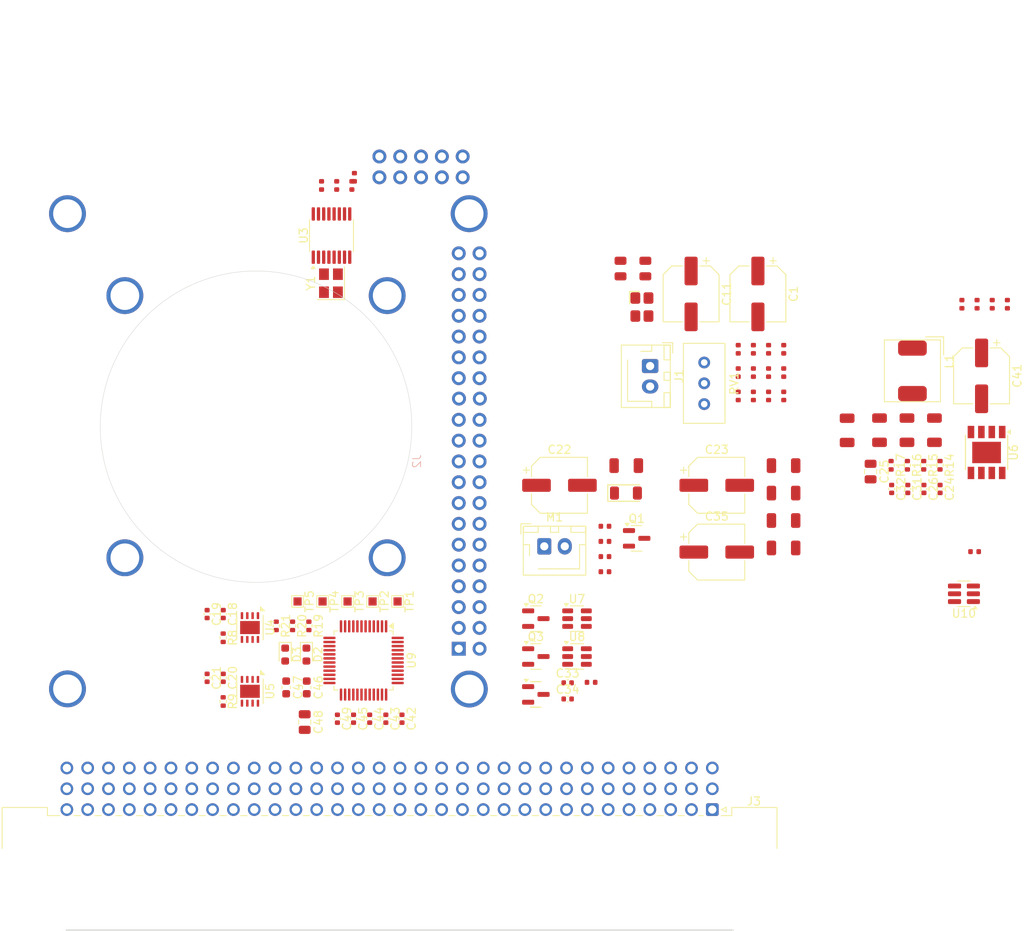
<source format=kicad_pcb>
(kicad_pcb (version 20240108) (generator "pcbnew") (generator_version "8.0")
  (layers (0 "F.Cu" signal) (31 "B.Cu" signal) (34 "B.Paste" user) (35 "F.Paste" user) (36 "B.SilkS" user "B.Silkscreen") (37 "F.SilkS" user "F.Silkscreen") (38 "B.Mask" user) (39 "F.Mask" user) (44 "Edge.Cuts" user))
  (net 0 "")
  (net 1 "/Audio Codec/VCOM")
  (net 2 "GND")
  (net 3 "Net-(U2-V)")
  (net 4 "+5V")
  (net 5 "Net-(U3-VDD33)")
  (net 6 "Net-(U1-XTO)")
  (net 7 "Net-(U1-XTI)")
  (net 8 "Net-(C11-Pad1)")
  (net 9 "Net-(U2-+)")
  (net 10 "Net-(U1-VCCP)")
  (net 11 "Net-(U1-VCCR)")
  (net 12 "Net-(U1-VCCL)")
  (net 13 "Net-(U1-VBUS)")
  (net 14 "+3V3")
  (net 15 "Net-(M1-+)")
  (net 16 "Net-(U6-Lx)")
  (net 17 "Net-(U6-BST)")
  (net 18 "/5v buck/5V_OUT")
  (net 19 "Net-(U6-VCC)")
  (net 20 "Net-(U6-SS)")
  (net 21 "Net-(U7-VCAP)")
  (net 22 "Net-(U8-VCAP)")
  (net 23 "/USB-CAN/NRST1")
  (net 24 "Net-(M1--)")
  (net 25 "Net-(D2-K)")
  (net 26 "Net-(D3-K)")
  (net 27 "Net-(J1-Pin_2)")
  (net 28 "Net-(J1-Pin_1)")
  (net 29 "Net-(Q1-G)")
  (net 30 "Net-(Q2-G)")
  (net 31 "Net-(Q3-G)")
  (net 32 "Net-(Q4-C)")
  (net 33 "Net-(U1-VOUTL)")
  (net 34 "Net-(U1-VOUTR)")
  (net 35 "Net-(U1-DT)")
  (net 36 "/Audio Codec/USB_AUDIO.+")
  (net 37 "/Audio Codec/D+")
  (net 38 "/Audio Codec/D-")
  (net 39 "/Audio Codec/USB_AUDIO.-")
  (net 40 "Net-(U4-STB)")
  (net 41 "Net-(U5-STB)")
  (net 42 "+12V")
  (net 43 "/FAN controller/FAN_PWM")
  (net 44 "Net-(U6-EN)")
  (net 45 "Net-(U6-FB)")
  (net 46 "/USB-CAN/WORD_LED1")
  (net 47 "/USB-CAN/STAT_LED1")
  (net 48 "/USB-CAN/SWDIO1")
  (net 49 "/USB-CAN/SWCLK1")
  (net 50 "/USB HUB/USB_CAN.-")
  (net 51 "Net-(U3-XI)")
  (net 52 "/USB HUB/USB3.+")
  (net 53 "/OrangePi 5 pro Header/USB_SBC.+")
  (net 54 "/USB HUB/USB4.+")
  (net 55 "Net-(U3-XO)")
  (net 56 "/USB HUB/USB_CAN.+")
  (net 57 "/USB HUB/USB4.-")
  (net 59 "/OrangePi 5 pro Header/USB_SBC.-")
  (net 60 "/USB HUB/USB3.-")
  (net 61 "/Can Transiver/CAN_TR.RXD")
  (net 62 "/Can Transiver/CAN_TR_OUT.-")
  (net 63 "/Can Transiver/CAN_TR_OUT.+")
  (net 64 "/Can Transiver/CAN_TR.TXD")
  (net 65 "/Can Transiver1/CAN_TR.RXD")
  (net 66 "/Can Transiver1/CAN_TR.TXD")
  (net 67 "/Can Transiver1/CAN_TR_OUT.+")
  (net 68 "/Can Transiver1/CAN_TR_OUT.-")
  (net 98 "/DIN41612 connector/12v")
  (net 99 "/DIN41612 connector/5v_STDBY")
  (net 100 "/DIN41612 connector/GPIOL0")
  (net 101 "/DIN41612 connector/GPIOR12")
  (net 102 "/DIN41612 connector/GPIOC6")
  (net 103 "/DIN41612 connector/GPIOR3")
  (net 104 "/DIN41612 connector/GPIOL2")
  (net 105 "/DIN41612 connector/GPIOR0")
  (net 106 "/DIN41612 connector/GPIOC3")
  (net 107 "/DIN41612 connector/GPIOR2")
  (net 108 "/DIN41612 connector/GPIOL15")
  (net 109 "/DIN41612 connector/CAN2..+")
  (net 110 "/DIN41612 connector/GPIOR5")
  (net 111 "/DIN41612 connector/GPIOL3")
  (net 112 "/DIN41612 connector/GPIOR14")
  (net 113 "/DIN41612 connector/CAN1..-")
  (net 114 "/DIN41612 connector/GPIOC12")
  (net 115 "/DIN41612 connector/GPIOL5")
  (net 116 "/DIN41612 connector/CAN1..+")
  (net 117 "/DIN41612 connector/GPIOC15")
  (net 118 "+5v_stdby")
  (net 119 "/DIN41612 connector/GPIOL11")
  (net 120 "/DIN41612 connector/GPIOR15")
  (net 121 "/DIN41612 connector/24v")
  (net 122 "/DIN41612 connector/GPIOL8")
  (net 123 "/DIN41612 connector/GPIOL7")
  (net 124 "/DIN41612 connector/CAN1.-")
  (net 125 "/DIN41612 connector/GPIOC8")
  (net 126 "/DIN41612 connector/GPIOC5")
  (net 127 "/DIN41612 connector/GPIOL12")
  (net 128 "/DIN41612 connector/CAN1.+")
  (net 129 "/DIN41612 connector/GPIOR1")
  (net 130 "/DIN41612 connector/GPIOC7")
  (net 131 "/DIN41612 connector/GPIOC13")
  (net 132 "/DIN41612 connector/GPIOC14")
  (net 133 "/DIN41612 connector/GPIOR13")
  (net 134 "/DIN41612 connector/GPIOC11")
  (net 135 "/DIN41612 connector/USB1U.D+")
  (net 136 "/DIN41612 connector/GPIOL10")
  (net 137 "/DIN41612 connector/GPIOR11")
  (net 138 "+24V")
  (net 139 "/DIN41612 connector/CAN2..-")
  (net 140 "/DIN41612 connector/GPIOL6")
  (net 141 "/DIN41612 connector/GPIOL14")
  (net 142 "/DIN41612 connector/GPIOL13")
  (net 143 "/DIN41612 connector/GPIOL9")
  (net 144 "/DIN41612 connector/GPIOR8")
  (net 145 "/DIN41612 connector/GPIOC10")
  (net 146 "/DIN41612 connector/GPIOC0")
  (net 147 "/DIN41612 connector/GPIOC1")
  (net 148 "/DIN41612 connector/GPIOR9")
  (net 149 "/DIN41612 connector/GPIOC9")
  (net 150 "/DIN41612 connector/GPIOC4")
  (net 151 "/DIN41612 connector/GPIOC2")
  (net 152 "/DIN41612 connector/USB1U.D-")
  (net 153 "/DIN41612 connector/GPIOR10")
  (net 154 "/DIN41612 connector/GPIOR4")
  (net 155 "/DIN41612 connector/GPIOR6")
  (net 156 "/DIN41612 connector/GPIOL1")
  (net 157 "/DIN41612 connector/GPIOR7")
  (net 158 "/DIN41612 connector/GPIOL4")
  (net 159 "/DIN41612 connector/CAN2.-")
  (net 160 "/DIN41612 connector/CAN2.+")
  (net 161 "Net-(U8-EN)")
  (net 166 "/OrangePi 5 pro Header/USB20_DM4")
  (net 167 "/OrangePi 5 pro Header/GPIO4_B3{slash}PWM15{slash}CAN1_TX")
  (net 168 "/OrangePi 5 pro Header/USB20_DM3")
  (net 169 "/OrangePi 5 pro Header/USB20_DP3")
  (net 182 "/OrangePi 5 pro Header/GPIO4_B2{slash}PWM14{slash}CAN1_RX")
  (net 185 "/OrangePi 5 pro Header/USB20_DP4")
  (footprint "Capacitor_SMD:C_0402_1005Metric" (layer "F.Cu") (at 123.2185 112.86 -90)
    (property "Reference" "C42" (at 0 -1.16 90) (layer "F.SilkS"))
    (property "Value" "100n")
    (pad "1" smd roundrect (at -0.48 0 270) (size 0.56 0.62) (layers "F.Cu" "F.Paste" "F.Mask") (net 14 "+3V3"))
    (pad "2" smd roundrect (at 0.48 0 270) (size 0.56 0.62) (layers "F.Cu" "F.Paste" "F.Mask") (net 2 "GND"))
  )
  (footprint "Resistor_SMD:R_0402_1005Metric" (layer "F.Cu") (at 101.4055 110.7585 -90)
    (property "Reference" "R9" (at 0 -1.17 90) (layer "F.SilkS"))
    (property "Value" "10k")
    (pad "1" smd roundrect (at -0.51 0 270) (size 0.54 0.64) (layers "F.Cu" "F.Paste" "F.Mask") (net 2 "GND"))
    (pad "2" smd roundrect (at 0.51 0 270) (size 0.54 0.64) (layers "F.Cu" "F.Paste" "F.Mask") (net 41 "Net-(U5-STB)"))
  )
  (footprint "Capacitor_SMD:C_0402_1005Metric" (layer "F.Cu") (at 99.4455 100.0885 -90)
    (property "Reference" "C19" (at 0 -1.16 90) (layer "F.SilkS"))
    (property "Value" "100nF")
    (pad "1" smd roundrect (at -0.48 0 270) (size 0.56 0.62) (layers "F.Cu" "F.Paste" "F.Mask") (net 2 "GND"))
    (pad "2" smd roundrect (at 0.48 0 270) (size 0.56 0.62) (layers "F.Cu" "F.Paste" "F.Mask") (net 14 "+3V3"))
  )
  (footprint "Capacitor_SMD:C_0603_1608Metric" (layer "F.Cu") (at 109.0885 109.04 -90)
    (property "Reference" "C47" (at 0 -1.43 90) (layer "F.SilkS"))
    (property "Value" "4.7u")
    (pad "1" smd roundrect (at -0.775 0 270) (size 0.9 0.95) (layers "F.Cu" "F.Paste" "F.Mask") (net 14 "+3V3"))
    (pad "2" smd roundrect (at 0.775 0 270) (size 0.9 0.95) (layers "F.Cu" "F.Paste" "F.Mask") (net 2 "GND"))
  )
  (footprint "PCM_JLCPCB:C_0402" (layer "F.Cu") (at 167.936 70.614 -90)
    (property "Reference" "C12" (hide yes))
    (property "Value" "1uF")
    (pad "1" smd roundrect (at -0.5 0 270) (size 0.56 0.62) (layers "F.Cu" "F.Paste" "F.Mask") (net 10 "Net-(U1-VCCP)"))
    (pad "2" smd roundrect (at 0.5 0 270) (size 0.56 0.62) (layers "F.Cu" "F.Paste" "F.Mask") (net 2 "GND"))
  )
  (footprint "PCM_JLCPCB:C_0805" (layer "F.Cu") (at 149.876 57.914 -90)
    (property "Reference" "C5" (hide yes))
    (property "Value" "10uF")
    (pad "1" smd roundrect (at -0.95 0 270) (size 1 1.45) (layers "F.Cu" "F.Paste" "F.Mask") (net 2 "GND"))
    (pad "2" smd roundrect (at 0.95 0 270) (size 1 1.45) (layers "F.Cu" "F.Paste" "F.Mask") (net 4 "+5V"))
  )
  (footprint "Package_TO_SOT_SMD:SC-74-6_1.55x2.9mm_P0.95mm" (layer "F.Cu") (at 191.771 97.613 180)
    (property "Reference" "U10" (at 0 -2.4 360) (layer "F.SilkS"))
    (property "Value" "IP4234CZ6,115")
    (pad "1" smd roundrect (at -1.15 -0.95 180) (size 1.6 0.6) (layers "F.Cu" "F.Paste" "F.Mask") (net 152 "/DIN41612 connector/USB1U.D-"))
    (pad "2" smd roundrect (at -1.15 0 180) (size 1.6 0.6) (layers "F.Cu" "F.Paste" "F.Mask"))
    (pad "3" smd roundrect (at -1.15 0.95 180) (size 1.6 0.6) (layers "F.Cu" "F.Paste" "F.Mask") (net 152 "/DIN41612 connector/USB1U.D-"))
    (pad "4" smd roundrect (at 1.15 0.95 180) (size 1.6 0.6) (layers "F.Cu" "F.Paste" "F.Mask") (net 135 "/DIN41612 connector/USB1U.D+"))
    (pad "5" smd roundrect (at 1.15 0 180) (size 1.6 0.6) (layers "F.Cu" "F.Paste" "F.Mask"))
    (pad "6" smd roundrect (at 1.15 -0.95 180) (size 1.6 0.6) (layers "F.Cu" "F.Paste" "F.Mask") (net 135 "/DIN41612 connector/USB1U.D+"))
  )
  (footprint "PCM_JLCPCB:C_1206" (layer "F.Cu") (at 169.766 92.02)
    (property "Reference" "C39" (hide yes))
    (property "Value" "10uF")
    (pad "1" smd roundrect (at -1.48 0) (size 1.15 1.8) (layers "F.Cu" "F.Paste" "F.Mask") (roundrect_rratio 0.217391) (net 4 "+5V"))
    (pad "2" smd roundrect (at 1.48 0) (size 1.15 1.8) (layers "F.Cu" "F.Paste" "F.Mask") (roundrect_rratio 0.217391) (net 2 "GND"))
  )
  (footprint "PCM_JLCPCB:R_0402" (layer "F.Cu") (at 147.976 89.37)
    (property "Reference" "R10" (hide yes))
    (property "Value" "0Ω" (hide yes))
    (pad "1" smd roundrect (at -0.5 0) (size 0.56 0.62) (layers "F.Cu" "F.Paste" "F.Mask") (net 15 "Net-(M1-+)"))
    (pad "2" smd roundrect (at 0.5 0) (size 0.56 0.62) (layers "F.Cu" "F.Paste" "F.Mask") (net 42 "+12V"))
  )
  (footprint "PCM_JLCPCB:C_1206" (layer "F.Cu") (at 177.521 77.663 -90)
    (property "Reference" "C30" (hide yes))
    (property "Value" "10uF")
    (pad "1" smd roundrect (at -1.48 0 270) (size 1.15 1.8) (layers "F.Cu" "F.Paste" "F.Mask") (roundrect_rratio 0.217391) (net 18 "/5v buck/5V_OUT"))
    (pad "2" smd roundrect (at 1.48 0 270) (size 1.15 1.8) (layers "F.Cu" "F.Paste" "F.Mask") (roundrect_rratio 0.217391) (net 2 "GND"))
  )
  (footprint "Diode_SMD:D_0603_1608Metric" (layer "F.Cu") (at 108.9685 105.03 -90)
    (property "Reference" "D3" (at 0 -1.43 90) (layer "F.SilkS"))
    (property "Value" "STAT_LED")
    (pad "1" smd roundrect (at -0.7875 0 270) (size 0.875 0.95) (layers "F.Cu" "F.Paste" "F.Mask") (net 26 "Net-(D3-K)"))
    (pad "2" smd roundrect (at 0.7875 0 270) (size 0.875 0.95) (layers "F.Cu" "F.Paste" "F.Mask") (net 14 "+3V3"))
  )
  (footprint "TestPoint:TestPoint_Pad_1.0x1.0mm" (layer "F.Cu") (at 116.5785 98.55 -90)
    (property "Reference" "TP3" (at 0 -1.448 90) (layer "F.SilkS"))
    (property "Value" "~")
    (pad "1" smd rect (at 0 0 270) (size 1 1) (layers "F.Cu" "F.Mask") (net 48 "/USB-CAN/SWDIO1"))
  )
  (footprint "Package_TO_SOT_SMD:SOT-23" (layer "F.Cu") (at 139.546 100.645)
    (property "Reference" "Q2" (at 0 -2.4 360) (layer "F.SilkS"))
    (property "Value" "AO3400")
    (pad "1" smd roundrect (at -0.9375 -0.95) (size 1.475 0.6) (layers "F.Cu" "F.Paste" "F.Mask") (net 30 "Net-(Q2-G)"))
    (pad "2" smd roundrect (at -0.9375 0.95) (size 1.475 0.6) (layers "F.Cu" "F.Paste" "F.Mask") (net 4 "+5V"))
    (pad "3" smd roundrect (at 0.9375 0) (size 1.475 0.6) (layers "F.Cu" "F.Paste" "F.Mask") (net 18 "/5v buck/5V_OUT"))
  )
  (footprint "Resistor_SMD:R_0402_1005Metric" (layer "F.Cu") (at 188.851 81.925 -90)
    (property "Reference" "R14" (at 0 -1.17 90) (layer "F.SilkS"))
    (property "Value" "39k 1%")
    (pad "1" smd roundrect (at -0.51 0 270) (size 0.54 0.64) (layers "F.Cu" "F.Paste" "F.Mask") (net 98 "/DIN41612 connector/12v"))
    (pad "2" smd roundrect (at 0.51 0 270) (size 0.54 0.64) (layers "F.Cu" "F.Paste" "F.Mask") (net 44 "Net-(U6-EN)"))
  )
  (footprint "Capacitor_SMD:C_0402_1005Metric" (layer "F.Cu") (at 186.891 84.815 -90)
    (property "Reference" "C26" (at 0 -1.16 90) (layer "F.SilkS"))
    (property "Value" "100nF 50V Y5V")
    (pad "1" smd roundrect (at -0.48 0 270) (size 0.56 0.62) (layers "F.Cu" "F.Paste" "F.Mask") (net 98 "/DIN41612 connector/12v"))
    (pad "2" smd roundrect (at 0.48 0 270) (size 0.56 0.62) (layers "F.Cu" "F.Paste" "F.Mask") (net 2 "GND"))
  )
  (footprint "Resistor_SMD:R_0402_1005Metric" (layer "F.Cu") (at 107.8785 101.53 -90)
    (property "Reference" "R21" (at 0 -1.17 90) (layer "F.SilkS"))
    (property "Value" "1k")
    (pad "1" smd roundrect (at -0.51 0 270) (size 0.54 0.64) (layers "F.Cu" "F.Paste" "F.Mask") (net 47 "/USB-CAN/STAT_LED1"))
    (pad "2" smd roundrect (at 0.51 0 270) (size 0.54 0.64) (layers "F.Cu" "F.Paste" "F.Mask") (net 26 "Net-(D3-K)"))
  )
  (footprint "PCM_JLCPCB:C_0402" (layer "F.Cu") (at 169.786 67.764 -90)
    (property "Reference" "C2" (hide yes))
    (property "Value" "1uF")
    (pad "1" smd roundrect (at -0.5 0 270) (size 0.56 0.62) (layers "F.Cu" "F.Paste" "F.Mask") (net 3 "Net-(U2-V)"))
    (pad "2" smd roundrect (at 0.5 0 270) (size 0.56 0.62) (layers "F.Cu" "F.Paste" "F.Mask") (net 2 "GND"))
  )
  (footprint "PCM_JLCPCB:C_0402" (layer "F.Cu") (at 169.786 70.614 -90)
    (property "Reference" "C10" (hide yes))
    (property "Value" "22pF")
    (pad "1" smd roundrect (at -0.5 0 270) (size 0.56 0.62) (layers "F.Cu" "F.Paste" "F.Mask") (net 7 "Net-(U1-XTI)"))
    (pad "2" smd roundrect (at 0.5 0 270) (size 0.56 0.62) (layers "F.Cu" "F.Paste" "F.Mask") (net 2 "GND"))
  )
  (footprint "PCM_JLCPCB:Q_SOT-23" (layer "F.Cu") (at 139.546 109.895)
    (property "Reference" "Q4" (hide yes))
    (property "Value" "MMBT3904")
    (pad "1" smd roundrect (at -0.94 -0.95) (size 1.48 0.6) (layers "F.Cu" "F.Paste" "F.Mask") (net 18 "/5v buck/5V_OUT"))
    (pad "2" smd roundrect (at -0.94 0.95) (size 1.48 0.6) (layers "F.Cu" "F.Paste" "F.Mask") (net 2 "GND"))
    (pad "3" smd roundrect (at 0.94 0) (size 1.48 0.6) (layers "F.Cu" "F.Paste" "F.Mask") (net 32 "Net-(Q4-C)"))
  )
  (footprint "TestPoint:TestPoint_Pad_1.0x1.0mm" (layer "F.Cu") (at 110.4785 98.55 -90)
    (property "Reference" "TP5" (at 0 -1.448 90) (layer "F.SilkS"))
    (property "Value" "~")
    (pad "1" smd rect (at 0 0 270) (size 1 1) (layers "F.Cu" "F.Mask") (net 2 "GND"))
  )
  (footprint "PCM_JLCPCB:C_1206" (layer "F.Cu") (at 181.471 77.645 -90)
    (property "Reference" "C29" (hide yes))
    (property "Value" "10uF")
    (pad "1" smd roundrect (at -1.48 0 270) (size 1.15 1.8) (layers "F.Cu" "F.Paste" "F.Mask") (roundrect_rratio 0.217391) (net 18 "/5v buck/5V_OUT"))
    (pad "2" smd roundrect (at 1.48 0 270) (size 1.15 1.8) (layers "F.Cu" "F.Paste" "F.Mask") (roundrect_rratio 0.217391) (net 2 "GND"))
  )
  (footprint "PCM_JLCPCB:C_0402" (layer "F.Cu") (at 169.786 73.464 -90)
    (property "Reference" "C15" (hide yes))
    (property "Value" "1uF")
    (pad "1" smd roundrect (at -0.5 0 270) (size 0.56 0.62) (layers "F.Cu" "F.Paste" "F.Mask") (net 13 "Net-(U1-VBUS)"))
    (pad "2" smd roundrect (at 0.5 0 270) (size 0.56 0.62) (layers "F.Cu" "F.Paste" "F.Mask") (net 2 "GND"))
  )
  (footprint "Capacitor_SMD:C_0402_1005Metric" (layer "F.Cu") (at 115.3385 112.86 -90)
    (property "Reference" "C49" (at 0 -1.16 90) (layer "F.SilkS"))
    (property "Value" "100n")
    (pad "1" smd roundrect (at -0.48 0 270) (size 0.56 0.62) (layers "F.Cu" "F.Paste" "F.Mask") (net 23 "/USB-CAN/NRST1"))
    (pad "2" smd roundrect (at 0.48 0 270) (size 0.56 0.62) (layers "F.Cu" "F.Paste" "F.Mask") (net 2 "GND"))
  )
  (footprint "Capacitor_SMD:C_0402_1005Metric" (layer "F.Cu") (at 184.921 84.815 -90)
    (property "Reference" "C31" (at 0 -1.16 90) (layer "F.SilkS"))
    (property "Value" "1uF 25V")
    (pad "1" smd roundrect (at -0.48 0 270) (size 0.56 0.62) (layers "F.Cu" "F.Paste" "F.Mask") (net 2 "GND"))
    (pad "2" smd roundrect (at 0.48 0 270) (size 0.56 0.62) (layers "F.Cu" "F.Paste" "F.Mask") (net 19 "Net-(U6-VCC)"))
  )
  (footprint "PCM_JLCPCB:R_0402" (layer "F.Cu") (at 164.236 73.464 -90)
    (property "Reference" "R3" (hide yes))
    (property "Value" "10kΩ" (hide yes))
    (pad "1" smd roundrect (at -0.5 0 270) (size 0.56 0.62) (layers "F.Cu" "F.Paste" "F.Mask") (net 2 "GND"))
    (pad "2" smd roundrect (at 0.5 0 270) (size 0.56 0.62) (layers "F.Cu" "F.Paste" "F.Mask") (net 8 "Net-(C11-Pad1)"))
  )
  (footprint "Resistor_SMD:R_0402_1005Metric" (layer "F.Cu") (at 184.871 81.925 -90)
    (property "Reference" "R16" (at 0 -1.17 90) (layer "F.SilkS"))
    (property "Value" "10k 1%")
    (pad "1" smd roundrect (at -0.51 0 270) (size 0.54 0.64) (layers "F.Cu" "F.Paste" "F.Mask") (net 44 "Net-(U6-EN)"))
    (pad "2" smd roundrect (at 0.51 0 270) (size 0.54 0.64) (layers "F.Cu" "F.Paste" "F.Mask") (net 2 "GND"))
  )
  (footprint "Capacitor_SMD:C_0402_1005Metric" (layer "F.Cu") (at 188.861 84.815 -90)
    (property "Reference" "C24" (at 0 -1.16 90) (layer "F.SilkS"))
    (property "Value" "100nF 50V Y5V")
    (pad "1" smd roundrect (at -0.48 0 270) (size 0.56 0.62) (layers "F.Cu" "F.Paste" "F.Mask") (net 17 "Net-(U6-BST)"))
    (pad "2" smd roundrect (at 0.48 0 270) (size 0.56 0.62) (layers "F.Cu" "F.Paste" "F.Mask") (net 16 "Net-(U6-Lx)"))
  )
  (footprint "PCM_JLCPCB:C_0402" (layer "F.Cu") (at 115.254 47.77 -90)
    (property "Reference" "C16" (hide yes))
    (property "Value" "10uF")
    (pad "1" smd roundrect (at -0.5 0 270) (size 0.56 0.62) (layers "F.Cu" "F.Paste" "F.Mask") (net 4 "+5V"))
    (pad "2" smd roundrect (at 0.5 0 270) (size 0.56 0.62) (layers "F.Cu" "F.Paste" "F.Mask") (net 2 "GND"))
  )
  (footprint "PCM_JLCPCB:R_0402" (layer "F.Cu") (at 193.071 92.468 180)
    (property "Reference" "R22" (hide yes))
    (property "Value" "10kΩ" (hide yes))
    (pad "1" smd roundrect (at -0.5 0 180) (size 0.56 0.62) (layers "F.Cu" "F.Paste" "F.Mask") (net 99 "/DIN41612 connector/5v_STDBY"))
    (pad "2" smd roundrect (at 0.5 0 180) (size 0.56 0.62) (layers "F.Cu" "F.Paste" "F.Mask") (net 161 "Net-(U8-EN)"))
  )
  (footprint "Capacitor_SMD:CP_Elec_6.3x5.4" (layer "F.Cu") (at 166.636 61.014 -90)
    (property "Reference" "C1" (at 0 -4.35 90) (layer "F.SilkS"))
    (property "Value" "47uF")
    (pad "1" smd roundrect (at -2.8 0 270) (size 3.5 1.6) (layers "F.Cu" "F.Paste" "F.Mask") (roundrect_rratio 0.15625) (net 1 "/Audio Codec/VCOM"))
    (pad "2" smd roundrect (at 2.8 0 270) (size 3.5 1.6) (layers "F.Cu" "F.Paste" "F.Mask") (roundrect_rratio 0.15625) (net 2 "GND"))
  )
  (footprint "Package_TO_SOT_SMD:SOT-23-6" (layer "F.Cu") (at 144.566 105.27)
    (property "Reference" "U8" (at 0 -2.4 360) (layer "F.SilkS"))
    (property "Value" "LM74700")
    (pad "1" smd roundrect (at -1.1375 -0.95) (size 1.325 0.6) (layers "F.Cu" "F.Paste" "F.Mask") (net 22 "Net-(U8-VCAP)"))
    (pad "2" smd roundrect (at -1.1375 0) (size 1.325 0.6) (layers "F.Cu" "F.Paste" "F.Mask") (net 2 "GND"))
    (pad "3" smd roundrect (at -1.1375 0.95) (size 1.325 0.6) (layers "F.Cu" "F.Paste" "F.Mask") (net 161 "Net-(U8-EN)"))
    (pad "4" smd roundrect (at 1.1375 0.95) (size 1.325 0.6) (layers "F.Cu" "F.Paste" "F.Mask") (net 4 "+5V"))
    (pad "5" smd roundrect (at 1.1375 0) (size 1.325 0.6) (layers "F.Cu" "F.Paste" "F.Mask") (net 31 "Net-(Q3-G)"))
    (pad "6" smd roundrect (at 1.1375 -0.95) (size 1.325 0.6) (layers "F.Cu" "F.Paste" "F.Mask") (net 99 "/DIN41612 connector/5v_STDBY"))
  )
  (footprint "Capacitor_SMD:C_0402_1005Metric" (layer "F.Cu") (at 182.951 84.815 -90)
    (property "Reference" "C32" (at 0 -1.16 90) (layer "F.SilkS"))
    (property "Value" "1uF 25V")
    (pad "1" smd roundrect (at -0.48 0 270) (size 0.56 0.62) (layers "F.Cu" "F.Paste" "F.Mask") (net 2 "GND"))
    (pad "2" smd roundrect (at 0.48 0 270) (size 0.56 0.62) (layers "F.Cu" "F.Paste" "F.Mask") (net 20 "Net-(U6-SS)"))
  )
  (footprint "Capacitor_SMD:C_0402_1005Metric" (layer "F.Cu") (at 117.3085 112.86 -90)
    (property "Reference" "C45" (at 0 -1.16 90) (layer "F.SilkS"))
    (property "Value" "100n")
    (pad "1" smd roundrect (at -0.48 0 270) (size 0.56 0.62) (layers "F.Cu" "F.Paste" "F.Mask") (net 14 "+3V3"))
    (pad "2" smd roundrect (at 0.48 0 270) (size 0.56 0.62) (layers "F.Cu" "F.Paste" "F.Mask") (net 2 "GND"))
  )
  (footprint "Package_QFP:LQFP-48_7x7mm_P0.5mm" (layer "F.Cu") (at 118.5285 105.75 -90)
    (property "Reference" "U9" (at 0 -5.85 90) (layer "F.SilkS"))
    (property "Value" "STM32G431C8Tx")
    (pad "1" smd roundrect (at -4.1625 -2.75 270) (size 1.475 0.3) (layers "F.Cu" "F.Paste" "F.Mask") (net 14 "+3V3"))
    (pad "2" smd roundrect (at -4.1625 -2.25 270) (size 1.475 0.3) (layers "F.Cu" "F.Paste" "F.Mask"))
    (pad "3" smd roundrect (at -4.1625 -1.75 270) (size 1.475 0.3) (layers "F.Cu" "F.Paste" "F.Mask"))
    (pad "4" smd roundrect (at -4.1625 -1.25 270) (size 1.475 0.3) (layers "F.Cu" "F.Paste" "F.Mask"))
    (pad "5" smd roundrect (at -4.1625 -0.75 270) (size 1.475 0.3) (layers "F.Cu" "F.Paste" "F.Mask"))
    (pad "6" smd roundrect (at -4.1625 -0.25 270) (size 1.475 0.3) (layers "F.Cu" "F.Paste" "F.Mask"))
    (pad "7" smd roundrect (at -4.1625 0.25 270) (size 1.475 0.3) (layers "F.Cu" "F.Paste" "F.Mask") (net 23 "/USB-CAN/NRST1"))
    (pad "8" smd roundrect (at -4.1625 0.75 270) (size 1.475 0.3) (layers "F.Cu" "F.Paste" "F.Mask") (net 46 "/USB-CAN/WORD_LED1"))
    (pad "9" smd roundrect (at -4.1625 1.25 270) (size 1.475 0.3) (layers "F.Cu" "F.Paste" "F.Mask"))
    (pad "10" smd roundrect (at -4.1625 1.75 270) (size 1.475 0.3) (layers "F.Cu" "F.Paste" "F.Mask"))
    (pad "11" smd roundrect (at -4.1625 2.25 270) (size 1.475 0.3) (layers "F.Cu" "F.Paste" "F.Mask"))
    (pad "12" smd roundrect (at -4.1625 2.75 270) (size 1.475 0.3) (layers "F.Cu" "F.Paste" "F.Mask"))
    (pad "13" smd roundrect (at -2.75 4.1625 270) (size 0.3 1.475) (layers "F.Cu" "F.Paste" "F.Mask"))
    (pad "14" smd roundrect (at -2.25 4.1625 270) (size 0.3 1.475) (layers "F.Cu" "F.Paste" "F.Mask"))
    (pad "15" smd roundrect (at -1.75 4.1625 270) (size 0.3 1.475) (layers "F.Cu" "F.Paste" "F.Mask"))
    (pad "16" smd roundrect (at -1.25 4.1625 270) (size 0.3 1.475) (layers "F.Cu" "F.Paste" "F.Mask"))
    (pad "17" smd roundrect (at -0.75 4.1625 270) (size 0.3 1.475) (layers "F.Cu" "F.Paste" "F.Mask"))
    (pad "18" smd roundrect (at -0.25 4.1625 270) (size 0.3 1.475) (layers "F.Cu" "F.Paste" "F.Mask"))
    (pad "19" smd roundrect (at 0.25 4.1625 270) (size 0.3 1.475) (layers "F.Cu" "F.Paste" "F.Mask") (net 2 "GND"))
    (pad "20" smd roundrect (at 0.75 4.1625 270) (size 0.3 1.475) (layers "F.Cu" "F.Paste" "F.Mask") (net 14 "+3V3"))
    (pad "21" smd roundrect (at 1.25 4.1625 270) (size 0.3 1.475) (layers "F.Cu" "F.Paste" "F.Mask") (net 14 "+3V3"))
    (pad "22" smd roundrect (at 1.75 4.1625 270) (size 0.3 1.475) (layers "F.Cu" "F.Paste" "F.Mask"))
    (pad "23" smd roundrect (at 2.25 4.1625 270) (size 0.3 1.475) (layers "F.Cu" "F.Paste" "F.Mask") (net 2 "GND"))
    (pad "24" smd roundrect (at 2.75 4.1625 270) (size 0.3 1.475) (layers "F.Cu" "F.Paste" "F.Mask") (net 14 "+3V3"))
    (pad "25" smd roundrect (at 4.1625 2.75 270) (size 1.475 0.3) (layers "F.Cu" "F.Paste" "F.Mask"))
    (pad "26" smd roundrect (at 4.1625 2.25 270) (size 1.475 0.3) (layers "F.Cu" "F.Paste" "F.Mask"))
    (pad "27" smd roundrect (at 4.1625 1.75 270) (size 1.475 0.3) (layers "F.Cu" "F.Paste" "F.Mask"))
    (pad "28" smd roundrect (at 4.1625 1.25 270) (size 1.475 0.3) (layers "F.Cu" "F.Paste" "F.Mask"))
    (pad "29" smd roundrect (at 4.1625 0.75 270) (size 1.475 0.3) (layers "F.Cu" "F.Paste" "F.Mask"))
    (pad "30" smd roundrect (at 4.1625 0.25 270) (size 1.475 0.3) (layers "F.Cu" "F.Paste" "F.Mask"))
    (pad "31" smd roundrect (at 4.1625 -0.25 270) (size 1.475 0.3) (layers "F.Cu" "F.Paste" "F.Mask"))
    (pad "32" smd roundrect (at 4.1625 -0.75 270) (size 1.475 0.3) (layers "F.Cu" "F.Paste" "F.Mask"))
    (pad "33" smd roundrect (at 4.1625 -1.25 270) (size 1.475 0.3) (layers "F.Cu" "F.Paste" "F.Mask") (net 50 "/USB HUB/USB_CAN.-"))
    (pad "34" smd roundrect (at 4.1625 -1.75 270) (size 1.475 0.3) (layers "F.Cu" "F.Paste" "F.Mask") (net 56 "/USB HUB/USB_CAN.+"))
    (pad "35" smd roundrect (at 4.1625 -2.25 270) (size 1.475 0.3) (layers "F.Cu" "F.Paste" "F.Mask") (net 2 "GND"))
    (pad "36" smd roundrect (at 4.1625 -2.75 270) (size 1.475 0.3) (layers "F.Cu" "F.Paste" "F.Mask") (net 14 "+3V3"))
    (pad "37" smd roundrect (at 2.75 -4.1625 270) (size 0.3 1.475) (layers "F.Cu" "F.Paste" "F.Mask") (net 48 "/USB-CAN/SWDIO1"))
    (pad "38" smd roundrect (at 2.25 -4.1625 270) (size 0.3 1.475) (layers "F.Cu" "F.Paste" "F.Mask") (net 49 "/USB-CAN/SWCLK1"))
    (pad "39" smd roundrect (at 1.75 -4.1625 270) (size 0.3 1.475) (layers "F.Cu" "F.Paste" "F.Mask") (net 47 "/USB-CAN/STAT_LED1"))
    (pad "40" smd roundrect (at 1.25 -4.1625 270) (size 0.3 1.475) (layers "F.Cu" "F.Paste" "F.Mask"))
    (pad "41" smd roundrect (at 0.75 -4.1625 270) (size 0.3 1.475) (layers "F.Cu" "F.Paste" "F.Mask"))
    (pad "42" smd roundrect (at 0.25 -4.1625 270) (size 0.3 1.475) (layers "F.Cu" "F.Paste" "F.Mask"))
    (pad "43" smd roundrect (at -0.25 -4.1625 270) (size 0.3 1.475) (layers "F.Cu" "F.Paste" "F.Mask"))
    (pad "44" smd roundrect (at -0.75 -4.1625 270) (size 0.3 1.475) (layers "F.Cu" "F.Paste" "F.Mask"))
    (pad "45" smd roundrect (at -1.25 -4.1625 270) (size 0.3 1.475) (layers "F.Cu" "F.Paste" "F.Mask") (net 65 "/Can Transiver1/CAN_TR.RXD"))
    (pad "46" smd roundrect (at -1.75 -4.1625 270) (size 0.3 1.475) (layers "F.Cu" "F.Paste" "F.Mask") (net 66 "/Can Transiver1/CAN_TR.TXD"))
    (pad "47" smd roundrect (at -2.25 -4.1625 270) (size 0.3 1.475) (layers "F.Cu" "F.Paste" "F.Mask") (net 2 "GND"))
    (pad "48" smd roundrect (at -2.75 -4.1625 270) (size 0.3 1.475) (layers "F.Cu" "F.Paste" "F.Mask") (net 14 "+3V3"))
  )
  (footprint "PCM_JLCPCB:R_0402" (layer "F.Cu") (at 193.371 62.265 -90)
    (property "Reference" "R6" (hide yes))
    (property "Value" "22Ω" (hide yes))
    (pad "1" smd roundrect (at -0.5 0 270) (size 0.56 0.62) (layers "F.Cu" "F.Paste" "F.Mask") (net 36 "/Audio Codec/USB_AUDIO.+"))
    (pad "2" smd roundrect (at 0.5 0 270) (size 0.56 0.62) (layers "F.Cu" "F.Paste" "F.Mask") (net 37 "/Audio Codec/D+"))
  )
  (footprint "Capacitor_SMD:C_0805_2012Metric" (layer "F.Cu") (at 111.3485 113.27 -90)
    (property "Reference" "C48" (at 0 -1.68 90) (layer "F.SilkS"))
    (property "Value" "10u")
    (pad "1" smd roundrect (at -0.95 0 270) (size 1 1.45) (layers "F.Cu" "F.Paste" "F.Mask") (net 14 "+3V3"))
    (pad "2" smd roundrect (at 0.95 0 270) (size 1 1.45) (layers "F.Cu" "F.Paste" "F.Mask") (net 2 "GND"))
  )
  (footprint "Inductor_SMD:L_AVX_LMLP07A7" (layer "F.Cu") (at 185.486 70.4 -90)
    (property "Reference" "L1" (at -1.15 -4.5 90) (layer "F.SilkS"))
    (property "Value" "6.8uH 12.5x12.5mm")
    (pad "1" smd roundrect (at -2.775 0 270) (size 1.85 3.5) (layers "F.Cu" "F.Paste" "F.Mask") (net 16 "Net-(U6-Lx)"))
    (pad "2" smd roundrect (at 2.775 0 270) (size 1.85 3.5) (layers "F.Cu" "F.Paste" "F.Mask") (net 18 "/5v buck/5V_OUT"))
  )
  (footprint "PCM_JLCPCB:C_1206" (layer "F.Cu") (at 169.766 81.97)
    (property "Reference" "C36" (hide yes))
    (property "Value" "10uF")
    (pad "1" smd roundrect (at -1.48 0) (size 1.15 1.8) (layers "F.Cu" "F.Paste" "F.Mask") (roundrect_rratio 0.217391) (net 4 "+5V"))
    (pad "2" smd roundrect (at 1.48 0) (size 1.15 1.8) (layers "F.Cu" "F.Paste" "F.Mask") (roundrect_rratio 0.217391) (net 2 "GND"))
  )
  (footprint "Resistor_SMD:R_0402_1005Metric" (layer "F.Cu") (at 109.8685 101.53 -90)
    (property "Reference" "R20" (at 0 -1.17 90) (layer "F.SilkS"))
    (property "Value" "1k")
    (pad "1" smd roundrect (at -0.51 0 270) (size 0.54 0.64) (layers "F.Cu" "F.Paste" "F.Mask") (net 46 "/USB-CAN/WORD_LED1"))
    (pad "2" smd roundrect (at 0.51 0 270) (size 0.54 0.64) (layers "F.Cu" "F.Paste" "F.Mask") (net 25 "Net-(D2-K)"))
  )
  (footprint "PCM_JLCPCB:R_0402" (layer "F.Cu") (at 167.936 73.464 -90)
    (property "Reference" "R1" (hide yes))
    (property "Value" "220Ω" (hide yes))
    (pad "1" smd roundrect (at -0.5 0 270) (size 0.56 0.62) (layers "F.Cu" "F.Paste" "F.Mask") (net 33 "Net-(U1-VOUTL)"))
    (pad "2" smd roundrect (at 0.5 0 270) (size 0.56 0.62) (layers "F.Cu" "F.Paste" "F.Mask") (net 8 "Net-(C11-Pad1)"))
  )
  (footprint "PCM_JLCPCB:C_0402" (layer "F.Cu") (at 117.414 46.77 -90)
    (property "Reference" "C7" (hide yes))
    (property "Value" "1uF")
    (pad "1" smd roundrect (at -0.5 0 270) (size 0.56 0.62) (layers "F.Cu" "F.Paste" "F.Mask") (net 5 "Net-(U3-VDD33)"))
    (pad "2" smd roundrect (at 0.5 0 270) (size 0.56 0.62) (layers "F.Cu" "F.Paste" "F.Mask") (net 2 "GND"))
  )
  (footprint "TestPoint:TestPoint_Pad_1.0x1.0mm" (layer "F.Cu") (at 119.6285 98.55 -90)
    (property "Reference" "TP2" (at 0 -1.448 90) (layer "F.SilkS"))
    (property "Value" "~")
    (pad "1" smd rect (at 0 0 270) (size 1 1) (layers "F.Cu" "F.Mask") (net 23 "/USB-CAN/NRST1"))
  )
  (footprint "Capacitor_SMD:CP_Elec_6.3x5.4" (layer "F.Cu") (at 142.426 84.37)
    (property "Reference" "C22" (at 0 -4.35 360) (layer "F.SilkS"))
    (property "Value" "47uF")
    (pad "1" smd roundrect (at -2.8 0) (size 3.5 1.6) (layers "F.Cu" "F.Paste" "F.Mask") (roundrect_rratio 0.15625) (net 15 "Net-(M1-+)"))
    (pad "2" smd roundrect (at 2.8 0) (size 3.5 1.6) (layers "F.Cu" "F.Paste" "F.Mask") (roundrect_rratio 0.15625) (net 2 "GND"))
  )
  (footprint "Capacitor_SMD:C_0402_1005Metric" (layer "F.Cu") (at 143.426 108.48)
    (property "Reference" "C33" (at 0 -1.16 360) (layer "F.SilkS"))
    (property "Value" "100nF 50V Y5V")
    (pad "1" smd roundrect (at -0.48 0) (size 0.56 0.62) (layers "F.Cu" "F.Paste" "F.Mask") (net 18 "/5v buck/5V_OUT"))
    (pad "2" smd roundrect (at 0.48 0) (size 0.56 0.62) (layers "F.Cu" "F.Paste" "F.Mask") (net 21 "Net-(U7-VCAP)"))
  )
  (footprint "PCM_JLCPCB:R_0402" (layer "F.Cu") (at 166.086 73.464 -90)
    (property "Reference" "R2" (hide yes))
    (property "Value" "220Ω" (hide yes))
    (pad "1" smd roundrect (at -0.5 0 270) (size 0.56 0.62) (layers "F.Cu" "F.Paste" "F.Mask") (net 34 "Net-(U1-VOUTR)"))
    (pad "2" smd roundrect (at 0.5 0 270) (size 0.56 0.62) (layers "F.Cu" "F.Paste" "F.Mask") (net 8 "Net-(C11-Pad1)"))
  )
  (footprint "Package_TO_SOT_SMD:SOT-23" (layer "F.Cu") (at 151.846 90.845)
    (property "Reference" "Q1" (at 0 -2.4 360) (layer "F.SilkS"))
    (property "Value" "AO3400A")
    (pad "1" smd roundrect (at -0.9375 -0.95) (size 1.475 0.6) (layers "F.Cu" "F.Paste" "F.Mask") (net 29 "Net-(Q1-G)"))
    (pad "2" smd roundrect (at -0.9375 0.95) (size 1.475 0.6) (layers "F.Cu" "F.Paste" "F.Mask") (net 2 "GND"))
    (pad "3" smd roundrect (at 0.9375 0) (size 1.475 0.6) (layers "F.Cu" "F.Paste" "F.Mask") (net 24 "Net-(M1--)"))
  )
  (footprint "PCM_JLCPCB:R_0402" (layer "F.Cu") (at 147.976 93.07)
    (property "Reference" "R12" (hide yes))
    (property "Value" "10kΩ" (hide yes))
    (pad "1" smd roundrect (at -0.5 0) (size 0.56 0.62) (layers "F.Cu" "F.Paste" "F.Mask") (net 2 "GND"))
    (pad "2" smd roundrect (at 0.5 0) (size 0.56 0.62) (layers "F.Cu" "F.Paste" "F.Mask") (net 29 "Net-(Q1-G)"))
  )
  (footprint "Resistor_SMD:R_0402_1005Metric" (layer "F.Cu") (at 111.8585 101.53 -90)
    (property "Reference" "R19" (at 0 -1.17 90) (layer "F.SilkS"))
    (property "Value" "10k")
    (pad "1" smd roundrect (at -0.51 0 270) (size 0.54 0.64) (layers "F.Cu" "F.Paste" "F.Mask") (net 14 "+3V3"))
    (pad "2" smd roundrect (at 0.51 0 270) (size 0.54 0.64) (layers "F.Cu" "F.Paste" "F.Mask") (net 23 "/USB-CAN/NRST1"))
  )
  (footprint "Crystal:Crystal_SMD_3225-4Pin_3.2x2.5mm" (layer "F.Cu") (at 114.5505 59.7055 90)
    (property "Reference" "Y1" (at 0 -2.45 90) (layer "F.SilkS"))
    (property "Value" "12MHz")
    (pad "1" smd rect (at -1.1 0.85 90) (size 1.4 1.2) (layers "F.Cu" "F.Paste" "F.Mask") (net 51 "Net-(U3-XI)"))
    (pad "2" smd rect (at 1.1 0.85 90) (size 1.4 1.2) (layers "F.Cu" "F.Paste" "F.Mask") (net 2 "GND"))
    (pad "3" smd rect (at 1.1 -0.85 90) (size 1.4 1.2) (layers "F.Cu" "F.Paste" "F.Mask") (net 55 "Net-(U3-XO)"))
    (pad "4" smd rect (at -1.1 -0.85 90) (size 1.4 1.2) (layers "F.Cu" "F.Paste" "F.Mask") (net 2 "GND"))
  )
  (footprint "PCM_JLCPCB:R_0402" (layer "F.Cu") (at 197.071 62.265 -90)
    (property "Reference" "R4" (hide yes))
    (property "Value" "1.5kΩ" (hide yes))
    (pad "1" smd roundrect (at -0.5 0 270) (size 0.56 0.62) (layers "F.Cu" "F.Paste" "F.Mask") (net 35 "Net-(U1-DT)"))
    (pad "2" smd roundrect (at 0.5 0 270) (size 0.56 0.62) (layers "F.Cu" "F.Paste" "F.Mask") (net 4 "+5V"))
  )
  (footprint "PCM_JLCPCB:R_0402" (layer "F.Cu") (at 147.976 91.22)
    (property "Reference" "R11" (hide yes))
    (property "Value" "0Ω" (hide yes))
    (pad "1" smd roundrect (at -0.5 0) (size 0.56 0.62) (layers "F.Cu" "F.Paste" "F.Mask") (net 15 "Net-(M1-+)"))
    (pad "2" smd roundrect (at 0.5 0) (size 0.56 0.62) (layers "F.Cu" "F.Paste" "F.Mask") (net 4 "+5V"))
  )
  (footprint "Resistor_SMD:R_0402_1005Metric" (layer "F.Cu") (at 182.881 81.925 -90)
    (property "Reference" "R17" (at 0 -1.17 90) (layer "F.SilkS"))
    (property "Value" "10k 1%")
    (pad "1" smd roundrect (at -0.51 0 270) (size 0.54 0.64) (layers "F.Cu" "F.Paste" "F.Mask") (net 45 "Net-(U6-FB)"))
    (pad "2" smd roundrect (at 0.51 0 270) (size 0.54 0.64) (layers "F.Cu" "F.Paste" "F.Mask") (net 2 "GND"))
  )
  (footprint "TestPoint:TestPoint_Pad_1.0x1.0mm" (layer "F.Cu") (at 113.5285 98.55 -90)
    (property "Reference" "TP4" (at 0 -1.448 90) (layer "F.SilkS"))
    (property "Value" "~")
    (pad "1" smd rect (at 0 0 270) (size 1 1) (layers "F.Cu" "F.Mask") (net 49 "/USB-CAN/SWCLK1"))
  )
  (footprint "Package_SO:QSOP-16_3.9x4.9mm_P0.635mm" (layer "F.Cu") (at 114.62 53.89 90)
    (property "Reference" "U3" (at 0 -3.4 90) (layer "F.SilkS"))
    (property "Value" "CH334R")
    (pad "1" smd roundrect (at -2.6375 -2.2225 90) (size 1.625 0.4) (layers "F.Cu" "F.Paste" "F.Mask") (net 39 "/Audio Codec/USB_AUDIO.-"))
    (pad "2" smd roundrect (at -2.6375 -1.5875 90) (size 1.625 0.4) (layers "F.Cu" "F.Paste" "F.Mask") (net 36 "/Audio Codec/USB_AUDIO.+"))
    (pad "3" smd roundrect (at -2.6375 -0.9525 90) (size 1.625 0.4) (layers "F.Cu" "F.Paste" "F.Mask") (net 50 "/USB HUB/USB_CAN.-"))
    (pad "4" smd roundrect (at -2.6375 -0.3175 90) (size 1.625 0.4) (layers "F.Cu" "F.Paste" "F.Mask") (net 56 "/USB HUB/USB_CAN.+"))
    (pad "5" smd roundrect (at -2.6375 0.3175 90) (size 1.625 0.4) (layers "F.Cu" "F.Paste" "F.Mask") (net 60 "/USB HUB/USB3.-"))
    (pad "6" smd roundrect (at -2.6375 0.9525 90) (size 1.625 0.4) (layers "F.Cu" "F.Paste" "F.Mask") (net 52 "/USB HUB/USB3.+"))
    (pad "7" smd roundrect (at -2.6375 1.5875 90) (size 1.625 0.4) (layers "F.Cu" "F.Paste" "F.Mask") (net 57 "/USB HUB/USB4.-"))
    (pad "8" smd roundrect (at -2.6375 2.2225 90) (size 1.625 0.4) (layers "F.Cu" "F.Paste" "F.Mask") (net 54 "/USB HUB/USB4.+"))
    (pad "9" smd roundrect (at 2.6375 2.2225 90) (size 1.625 0.4) (layers "F.Cu" "F.Paste" "F.Mask"))
    (pad "10" smd roundrect (at 2.6375 1.5875 90) (size 1.625 0.4) (layers "F.Cu" "F.Paste" "F.Mask") (net 59 "/OrangePi 5 pro Header/USB_SBC.-"))
    (pad "11" smd roundrect (at 2.6375 0.9525 90) (size 1.625 0.4) (layers "F.Cu" "F.Paste" "F.Mask") (net 53 "/OrangePi 5 pro Header/USB_SBC.+"))
    (pad "12" smd roundrect (at 2.6375 0.3175 90) (size 1.625 0.4) (layers "F.Cu" "F.Paste" "F.Mask") (net 4 "+5V"))
    (pad "13" smd roundrect (at 2.6375 -0.3175 90) (size 1.625 0.4) (layers "F.Cu" "F.Paste" "F.Mask") (net 5 "Net-(U3-VDD33)"))
    (pad "14" smd roundrect (at 2.6375 -0.9525 90) (size 1.625 0.4) (layers "F.Cu" "F.Paste" "F.Mask") (net 2 "GND"))
    (pad "15" smd roundrect (at 2.6375 -1.5875 90) (size 1.625 0.4) (layers "F.Cu" "F.Paste" "F.Mask") (net 55 "Net-(U3-XO)"))
    (pad "16" smd roundrect (at 2.6375 -2.2225 90) (size 1.625 0.4) (layers "F.Cu" "F.Paste" "F.Mask") (net 51 "Net-(U3-XI)"))
  )
  (footprint "Capacitor_SMD:CP_Elec_6.3x5.4" (layer "F.Cu") (at 161.616 84.37)
    (property "Reference" "C23" (at 0 -4.35 360) (layer "F.SilkS"))
    (property "Value" "47uF")
    (pad "1" smd roundrect (at -2.8 0) (size 3.5 1.6) (layers "F.Cu" "F.Paste" "F.Mask") (roundrect_rratio 0.15625) (net 4 "+5V"))
    (pad "2" smd roundrect (at 2.8 0) (size 3.5 1.6) (layers "F.Cu" "F.Paste" "F.Mask") (roundrect_rratio 0.15625) (net 2 "GND"))
  )
  (footprint "Package_TO_SOT_SMD:SOT-23" (layer "F.Cu") (at 139.546 105.27)
    (property "Reference" "Q3" (at 0 -2.4 360) (layer "F.SilkS"))
    (property "Value" "AO3400")
    (pad "1" smd roundrect (at -0.9375 -0.95) (size 1.475 0.6) (layers "F.Cu" "F.Paste" "F.Mask") (net 31 "Net-(Q3-G)"))
    (pad "2" smd roundrect (at -0.9375 0.95) (size 1.475 0.6) (layers "F.Cu" "F.Paste" "F.Mask") (net 4 "+5V"))
    (pad "3" smd roundrect (at 0.9375 0) (size 1.475 0.6) (layers "F.Cu" "F.Paste" "F.Mask") (net 99 "/DIN41612 connector/5v_STDBY"))
  )
  (footprint "PCM_JLCPCB:R_0402" (layer "F.Cu") (at 146.286 108.42)
    (property "Reference" "R18" (hide yes))
    (property "Value" "10kΩ" (hide yes))
    (pad "1" smd roundrect (at -0.5 0) (size 0.56 0.62) (layers "F.Cu" "F.Paste" "F.Mask") (net 18 "/5v buck/5V_OUT"))
    (pad "2" smd roundrect (at 0.5 0) (size 0.56 0.62) (layers "F.Cu" "F.Paste" "F.Mask") (net 32 "Net-(Q4-C)"))
  )
  (footprint "Capacitor_SMD:C_0402_1005Metric" (layer "F.Cu") (at 101.4155 107.8685 -90)
    (property "Reference" "C20" (at 0 -1.16 90) (layer "F.SilkS"))
    (property "Value" "100nF")
    (pad "1" smd roundrect (at -0.48 0 270) (size 0.56 0.62) (layers "F.Cu" "F.Paste" "F.Mask") (net 2 "GND"))
    (pad "2" smd roundrect (at 0.48 0 270) (size 0.56 0.62) (layers "F.Cu" "F.Paste" "F.Mask") (net 4 "+5V"))
  )
  (footprint "PCM_JLCPCB:CRYSTAL-SMD_4P-L3.2-W2.5-BL" (layer "F.Cu") (at 152.486 62.614 -90)
    (property "Reference" "X1" (hide yes))
    (property "Value" "X322512MSB4SI")
    (pad "1" smd roundrect (at -1.1 0.8 270) (size 1.4 1.2) (layers "F.Cu" "F.Paste" "F.Mask") (roundrect_rratio 0.2083333333) (net 7 "Net-(U1-XTI)"))
    (pad "2" smd roundrect (at 1.1 0.8 270) (size 1.4 1.2) (layers "F.Cu" "F.Paste" "F.Mask") (roundrect_rratio 0.2083333333) (net 2 "GND"))
    (pad "3" smd roundrect (at 1.1 -0.8 270) (size 1.4 1.2) (layers "F.Cu" "F.Paste" "F.Mask") (roundrect_rratio 0.2083333333) (net 6 "Net-(U1-XTO)"))
    (pad "4" smd roundrect (at -1.1 -0.8 270) (size 1.4 1.2) (layers "F.Cu" "F.Paste" "F.Mask") (roundrect_rratio 0.2083333333) (net 2 "GND"))
  )
  (footprint "Capacitor_SMD:C_0402_1005Metric" (layer "F.Cu") (at 101.4155 100.0885 -90)
    (property "Reference" "C18" (at 0 -1.16 90) (layer "F.SilkS"))
    (property "Value" "100nF")
    (pad "1" smd roundrect (at -0.48 0 270) (size 0.56 0.62) (layers "F.Cu" "F.Paste" "F.Mask") (net 2 "GND"))
    (pad "2" smd roundrect (at 0.48 0 270) (size 0.56 0.62) (layers "F.Cu" "F.Paste" "F.Mask") (net 4 "+5V"))
  )
  (footprint "Package_SON:HVSON-8-1EP_3x3mm_P0.65mm_EP1.6x2.4mm" (layer "F.Cu") (at 104.6705 101.7335 -90)
    (property "Reference" "U4" (at 0 -2.45 90) (layer "F.SilkS"))
    (property "Value" "TJA1044GTK_3Z")
    (pad "1" smd roundrect (at -1.45 -0.975 270) (size 0.85 0.3) (layers "F.Cu" "F.Paste" "F.Mask") (net 64 "/Can Transiver/CAN_TR.TXD"))
    (pad "2" smd roundrect (at -1.45 -0.325 270) (size 0.85 0.3) (layers "F.Cu" "F.Paste" "F.Mask") (net 2 "GND"))
    (pad "3" smd roundrect (at -1.45 0.325 270) (size 0.85 0.3) (layers "F.Cu" "F.Paste" "F.Mask") (net 4 "+5V"))
    (pad "4" smd roundrect (at -1.45 0.975 270) (size 0.85 0.3) (layers "F.Cu" "F.Paste" "F.Mask") (net 61 "/Can Transiver/CAN_TR.RXD"))
    (pad "5" smd roundrect (at 1.45 0.975 270) (size 0.85 0.3) (layers "F.Cu" "F.Paste" "F.Mask") (net 14 "+3V3"))
    (pad "6" smd roundrect (at 1.45 0.325 270) (size 0.85 0.3) (layers "F.Cu" "F.Paste" "F.Mask") (net 62 "/Can Transiver/CAN_TR_OUT.-"))
    (pad "7" smd roundrect (at 1.45 -0.325 270) (size 0.85 0.3) (layers "F.Cu" "F.Paste" "F.Mask") (net 63 "/Can Transiver/CAN_TR_OUT.+"))
    (pad "8" smd roundrect (at 1.45 -0.975 270) (size 0.85 0.3) (layers "F.Cu" "F.Paste" "F.Mask") (net 40 "Net-(U4-STB)"))
    (pad "9" smd rect (at 0 0 270) (size 1.6 2.4) (property pad_prop_heatsink) (layers "F.Cu" "F.Mask") (net 2 "GND"))
  )
  (footprint "PCM_JLCPCB:D_SOD-123FL" (layer "F.Cu") (at 150.536 85.32)
    (property "Reference" "D1" (hide yes))
    (property "Value" "1N4002W")
    (pad "1" smd roundrect (at -1.4 0) (size 1.1 1.6) (layers "F.Cu" "F.Paste" "F.Mask") (roundrect_rratio 0.2272727273) (net 15 "Net-(M1-+)"))
    (pad "2" smd roundrect (at 1.4 0) (size 1.1 1.6) (layers "F.Cu" "F.Paste" "F.Mask") (roundrect_rratio 0.2272727273) (net 24 "Net-(M1--)"))
  )
  (footprint "PCM_JLCPCB:C_0402" (layer "F.Cu") (at 166.086 67.764 -90)
    (property "Reference" "C6" (hide yes))
    (property "Value" "100nF")
    (pad "1" smd roundrect (at -0.5 0 270) (size 0.56 0.62) (layers "F.Cu" "F.Paste" "F.Mask") (net 4 "+5V"))
    (pad "2" smd roundrect (at 0.5 0 270) (size 0.56 0.62) (layers "F.Cu" "F.Paste" "F.Mask") (net 2 "GND"))
  )
  (footprint "Capacitor_SMD:CP_Elec_6.3x5.4" (layer "F.Cu") (at 161.616 92.52)
    (property "Reference" "C35" (at 0 -4.35 360) (layer "F.SilkS"))
    (property "Value" "47uF")
    (pad "1" smd roundrect (at -2.8 0) (size 3.5 1.6) (layers "F.Cu" "F.Paste" "F.Mask") (roundrect_rratio 0.15625) (net 4 "+5V"))
    (pad "2" smd roundrect (at 2.8 0) (size 3.5 1.6) (layers "F.Cu" "F.Paste" "F.Mask") (roundrect_rratio 0.15625) (net 2 "GND"))
  )
  (footprint "PCM_JLCPCB:C_1206" (layer "F.Cu") (at 184.821 77.645 -90)
    (property "Reference" "C28" (hide yes))
    (property "Value" "10uF")
    (pad "1" smd roundrect (at -1.48 0 270) (size 1.15 1.8) (layers "F.Cu" "F.Paste" "F.Mask") (roundrect_rratio 0.217391) (net 18 "/5v buck/5V_OUT"))
    (pad "2" smd roundrect (at 1.48 0 270) (size 1.15 1.8) (layers "F.Cu" "F.Paste" "F.Mask") (roundrect_rratio 0.217391) (net 2 "GND"))
  )
  (footprint "PCM_JLCPCB:C_0402" (layer "F.Cu") (at 164.236 70.614 -90)
    (property "Reference" "C14" (hide yes))
    (property "Value" "1uF")
    (pad "1" smd roundrect (at -0.5 0 270) (size 0.56 0.62) (layers "F.Cu" "F.Paste" "F.Mask") (net 12 "Net-(U1-VCCL)"))
    (pad "2" smd roundrect (at 0.5 0 270) (size 0.56 0.62) (layers "F.Cu" "F.Paste" "F.Mask") (net 2 "GND"))
  )
  (footprint "Package_TO_SOT_SMD:SOT-23-6" (layer "F.Cu") (at 144.566 100.645)
    (property "Reference" "U7" (at 0 -2.4 360) (layer "F.SilkS"))
    (property "Value" "LM74700")
    (pad "1" smd roundrect (at -1.1375 -0.95) (size 1.325 0.6) (layers "F.Cu" "F.Paste" "F.Mask") (net 21 "Net-(U7-VCAP)"))
    (pad "2" smd roundrect (at -1.1375 0) (size 1.325 0.6) (layers "F.Cu" "F.Paste" "F.Mask") (net 2 "GND"))
    (pad "3" smd roundrect (at -1.1375 0.95) (size 1.325 0.6) (layers "F.Cu" "F.Paste" "F.Mask") (net 32 "Net-(Q4-C)"))
    (pad "4" smd roundrect (at 1.1375 0.95) (size 1.325 0.6) (layers "F.Cu" "F.Paste" "F.Mask") (net 4 "+5V"))
    (pad "5" smd roundrect (at 1.1375 0) (size 1.325 0.6) (layers "F.Cu" "F.Paste" "F.Mask") (net 30 "Net-(Q2-G)"))
    (pad "6" smd roundrect (at 1.1375 -0.95) (size 1.325 0.6) (layers "F.Cu" "F.Paste" "F.Mask") (net 18 "/5v buck/5V_OUT"))
  )
  (footprint "Capacitor_SMD:CP_Elec_6.3x5.4" (layer "F.Cu") (at 158.486 61.014 -90)
    (property "Reference" "C11" (at 0 -4.35 90) (layer "F.SilkS"))
    (property "Value" "47uF")
    (pad "1" smd roundrect (at -2.8 0 270) (size 3.5 1.6) (layers "F.Cu" "F.Paste" "F.Mask") (roundrect_rratio 0.15625) (net 8 "Net-(C11-Pad1)"))
    (pad "2" smd roundrect (at 2.8 0 270) (size 3.5 1.6) (layers "F.Cu" "F.Paste" "F.Mask") (roundrect_rratio 0.15625) (net 9 "Net-(U2-+)"))
  )
  (footprint "Connector_JST:JST_XH_B2B-XH-AM_1x02_P2.50mm_Vertical" (layer "F.Cu") (at 153.486 69.814 -90)
    (property "Reference" "J1" (at 1.25 -3.55 90) (layer "F.SilkS"))
    (property "Value" "JST XH")
    (pad "" np_thru_hole circle (at -1.6 2 270) (size 1.2 1.2) (drill 1.2) (layers "*.Cu" "*.Mask"))
    (pad "1" thru_hole roundrect (at 0 0 270) (size 1.7 2) (drill 1) (layers "*.Cu" "*.Mask") (roundrect_rratio 0.147059) (net 28 "Net-(J1-Pin_1)"))
    (pad "2" thru_hole oval (at 2.5 0 270) (size 1.7 2) (drill 1) (layers "*.Cu" "*.Mask") (net 27 "Net-(J1-Pin_2)"))
  )
  (footprint "Capacitor_SMD:C_0603_1608Metric" (layer "F.Cu") (at 111.5985 109.04 -90)
    (property "Reference" "C46" (at 0 -1.43 90) (layer "F.SilkS"))
    (property "Value" "1u")
    (pad "1" smd roundrect (at -0.775 0 270) (size 0.9 0.95) (layers "F.Cu" "F.Paste" "F.Mask") (net 14 "+3V3"))
    (pad "2" smd roundrect (at 0.775 0 270) (size 0.9 0.95) (layers "F.Cu" "F.Paste" "F.Mask") (net 2 "GND"))
  )
  (footprint "Capacitor_SMD:CP_Elec_6.3x5.4" (layer "F.Cu") (at 193.921 71.015 -90)
    (property "Reference" "C41" (at 0 -4.35 90) (layer "F.SilkS"))
    (property "Value" "47uF")
    (pad "1" smd roundrect (at -2.8 0 270) (size 3.5 1.6) (layers "F.Cu" "F.Paste" "F.Mask") (roundrect_rratio 0.15625) (net 98 "/DIN41612 connector/12v"))
    (pad "2" smd roundrect (at 2.8 0 270) (size 3.5 1.6) (layers "F.Cu" "F.Paste" "F.Mask") (roundrect_rratio 0.15625) (net 2 "GND"))
  )
  (footprint "PCM_JLCPCB:R_0402" (layer "F.Cu") (at 191.521 62.265 -90)
    (property "Reference" "R7" (hide yes))
    (property "Value" "22Ω" (hide yes))
    (pad "1" smd roundrect (at -0.5 0 270) (size 0.56 0.62) (layers "F.Cu" "F.Paste" "F.Mask") (net 39 "/Audio Codec/USB_AUDIO.-"))
    (pad "2" smd roundrect (at 0.5 0 270) (size 0.56 0.62) (layers "F.Cu" "F.Paste" "F.Mask") (net 38 "/Audio Codec/D-"))
  )
  (footprint "Connector_DIN:DIN41612_R_3x32_Female_Horizontal_THT" (layer "F.Cu") (at 161.074 123.952 180)
    (property "Reference" "J3" (at -5.08 1 360) (layer "F.SilkS"))
    (property "Value" "09031967921")
    (pad "" np_thru_hole circle (at -5.08 -2.54 180) (size 2.85 2.85) (drill 2.85) (layers "*.Cu" "*.Mask"))
    (pad "" np_thru_hole circle (at 83.82 -2.54 180) (size 2.85 2.85) (drill 2.85) (layers "*.Cu" "*.Mask"))
    (pad "a1" thru_hole roundrect (at 0 0 180) (size 1.55 1.55) (drill 1) (layers "*.Cu" "*.Mask") (roundrect_rratio 0.16129) (net 2 "GND"))
    (pad "a2" thru_hole circle (at 2.54 0 180) (size 1.55 1.55) (drill 1) (layers "*.Cu" "*.Mask") (net 135 "/DIN41612 connector/USB1U.D+"))
    (pad "a3" thru_hole circle (at 5.08 0 180) (size 1.55 1.55) (drill 1) (layers "*.Cu" "*.Mask") (net 99 "/DIN41612 connector/5v_STDBY"))
    (pad "a4" thru_hole circle (at 7.62 0 180) (size 1.55 1.55) (drill 1) (layers "*.Cu" "*.Mask") (net 2 "GND"))
    (pad "a5" thru_hole circle (at 10.16 0 180) (size 1.55 1.55) (drill 1) (layers "*.Cu" "*.Mask") (net 128 "/DIN41612 connector/CAN1.+"))
    (pad "a6" thru_hole circle (at 12.7 0 180) (size 1.55 1.55) (drill 1) (layers "*.Cu" "*.Mask") (net 124 "/DIN41612 connector/CAN1.-"))
    (pad "a7" thru_hole circle (at 15.24 0 180) (size 1.55 1.55) (drill 1) (layers "*.Cu" "*.Mask") (net 2 "GND"))
    (pad "a8" thru_hole circle (at 17.78 0 180) (size 1.55 1.55) (drill 1) (layers "*.Cu" "*.Mask") (net 160 "/DIN41612 connector/CAN2.+"))
    (pad "a9" thru_hole circle (at 20.32 0 180) (size 1.55 1.55) (drill 1) (layers "*.Cu" "*.Mask") (net 159 "/DIN41612 connector/CAN2.-"))
    (pad "a10" thru_hole circle (at 22.86 0 180) (size 1.55 1.55) (drill 1) (layers "*.Cu" "*.Mask") (net 2 "GND"))
    (pad "a11" thru_hole circle (at 25.4 0 180) (size 1.55 1.55) (drill 1) (layers "*.Cu" "*.Mask") (net 98 "/DIN41612 connector/12v"))
    (pad "a12" thru_hole circle (at 27.94 0 180) (size 1.55 1.55) (drill 1) (layers "*.Cu" "*.Mask") (net 98 "/DIN41612 connector/12v"))
    (pad "a13" thru_hole circle (at 30.48 0 180) (size 1.55 1.55) (drill 1) (layers "*.Cu" "*.Mask") (net 2 "GND"))
    (pad "a14" thru_hole circle (at 33.02 0 180) (size 1.55 1.55) (drill 1) (layers "*.Cu" "*.Mask") (net 121 "/DIN41612 connector/24v"))
    (pad "a15" thru_hole circle (at 35.56 0 180) (size 1.55 1.55) (drill 1) (layers "*.Cu" "*.Mask") (net 2 "GND"))
    (pad "a16" thru_hole circle (at 38.1 0 180) (size 1.55 1.55) (drill 1) (layers "*.Cu" "*.Mask") (net 100 "/DIN41612 connector/GPIOL0"))
    (pad "a17" thru_hole circle (at 40.64 0 180) (size 1.55 1.55) (drill 1) (layers "*.Cu" "*.Mask") (net 156 "/DIN41612 connector/GPIOL1"))
    (pad "a18" thru_hole circle (at 43.18 0 180) (size 1.55 1.55) (drill 1) (layers "*.Cu" "*.Mask") (net 104 "/DIN41612 connector/GPIOL2"))
    (pad "a19" thru_hole circle (at 45.72 0 180) (size 1.55 1.55) (drill 1) (layers "*.Cu" "*.Mask") (net 111 "/DIN41612 connector/GPIOL3"))
    (pad "a20" thru_hole circle (at 48.26 0 180) (size 1.55 1.55) (drill 1) (layers "*.Cu" "*.Mask") (net 158 "/DIN41612 connector/GPIOL4"))
    (pad "a21" thru_hole circle (at 50.8 0 180) (size 1.55 1.55) (drill 1) (layers "*.Cu" "*.Mask") (net 115 "/DIN41612 connector/GPIOL5"))
    (pad "a22" thru_hole circle (at 53.34 0 180) (size 1.55 1.55) (drill 1) (layers "*.Cu" "*.Mask") (net 140 "/DIN41612 connector/GPIOL6"))
    (pad "a23" thru_hole circle (at 55.88 0 180) (size 1.55 1.55) (drill 1) (layers "*.Cu" "*.Mask") (net 123 "/DIN41612 connector/GPIOL7"))
    (pad "a24" thru_hole circle (at 58.42 0 180) (size 1.55 1.55) (drill 1) (layers "*.Cu" "*.Mask") (net 122 "/DIN41612 connector/GPIOL8"))
    (pad "a25" thru_hole circle (at 60.96 0 180) (size 1.55 1.55) (drill 1) (layers "*.Cu" "*.Mask") (net 143 "/DIN41612 connector/GPIOL9"))
    (pad "a26" thru_hole circle (at 63.5 0 180) (size 1.55 1.55) (drill 1) (layers "*.Cu" "*.Mask") (net 136 "/DIN41612 connector/GPIOL10"))
    (pad "a27" thru_hole circle (at 66.04 0 180) (size 1.55 1.55) (drill 1) (layers "*.Cu" "*.Mask") (net 119 "/DIN41612 connector/GPIOL11"))
    (pad "a28" thru_hole circle (at 68.58 0 180) (size 1.55 1.55) (drill 1) (layers "*.Cu" "*.Mask") (net 127 "/DIN41612 connector/GPIOL12"))
    (pad "a29" thru_hole circle (at 71.12 0 180) (size 1.55 1.55) (drill 1) (layers "*.Cu" "*.Mask") (net 142 "/DIN41612 connector/GPIOL13"))
    (pad "a30" thru_hole circle (at 73.66 0 180) (size 1.55 1.55) (drill 1) (layers "*.Cu" "*.Mask") (net 141 "/DIN41612 connector/GPIOL14"))
    (pad "a31" thru_hole circle (at 76.2 0 180) (size 1.55 1.55) (drill 1) (layers "*.Cu" "*.Mask") (net 108 "/DIN41612 connector/GPIOL15"))
    (pad "a32" thru_hole circle (at 78.74 0 180) (size 1.55 1.55) (drill 1) (layers "*.Cu" "*.Mask") (net 2 "GND"))
    (pad "b1" thru_hole circle (at 0 2.54 180) (size 1.55 1.55) (drill 1) (layers "*.Cu" "*.Mask") (net 2 "GND"))
    (pad "b2" thru_hole circle (at 2.54 2.54 180) (size 1.55 1.55) (drill 1) (layers "*.Cu" "*.Mask") (net 2 "GND"))
    (pad "b3" thru_hole circle (at 5.08 2.54 180) (size 1.55 1.55) (drill 1) (layers "*.Cu" "*.Mask") (net 118 "+5v_stdby"))
    (pad "b4" thru_hole circle (at 7.62 2.54 180) (size 1.55 1.55) (drill 1) (layers "*.Cu" "*.Mask") (net 2 "GND"))
    (pad "b5" thru_hole circle (at 10.16 2.54 180) (size 1.55 1.55) (drill 1) (layers "*.Cu" "*.Mask") (net 116 "/DIN41612 connector/CAN1..+"))
    (pad "b6" thru_hole circle (at 12.7 2.54 180) (size 1.55 1.55) (drill 1) (layers "*.Cu" "*.Mask") (net 113 "/DIN41612 connector/CAN1..-"))
    (pad "b7" thru_hole circle (at 15.24 2.54 180) (size 1.55 1.55) (drill 1) (layers "*.Cu" "*.Mask") (net 2 "GND"))
    (pad "b8" thru_hole circle (at 17.78 2.54 180) (size 1.55 1.55) (drill 1) (layers "*.Cu" "*.Mask") (net 109 "/DIN41612 connector/CAN2..+"))
    (pad "b9" thru_hole circle (at 20.32 2.54 180) (size 1.55 1.55) (drill 1) (layers "*.Cu" "*.Mask") (net 139 "/DIN41612 connector/CAN2..-"))
    (pad "b10" thru_hole circle (at 22.86 2.54 180) (size 1.55 1.55) (drill 1) (layers "*.Cu" "*.Mask") (net 2 "GND"))
    (pad "b11" thru_hole circle (at 25.4 2.54 180) (size 1.55 1.55) (drill 1) (layers "*.Cu" "*.Mask") (net 42 "+12V"))
    (pad "b12" thru_hole circle (at 27.94 2.54 180) (size 1.55 1.55) (drill 1) (layers "*.Cu" "*.Mask") (net 42 "+12V"))
    (pad "b13" thru_hole circle (at 30.48 2.54 180) (size 1.55 1.55) (drill 1) (layers "*.Cu" "*.Mask") (net 2 "GND"))
    (pad "b14" thru_hole circle (at 33.02 2.54 180) (size 1.55 1.55) (drill 1) (layers "*.Cu" "*.Mask") (net 138 "+24V"))
    (pad "b15" thru_hole circle (at 35.56 2.54 180) (size 1.55 1.55) (drill 1) (layers "*.Cu" "*.Mask") (net 2 "GND"))
    (pad "b16" thru_hole circle (at 38.1 2.54 180) (size 1.55 1.55) (drill 1) (layers "*.Cu" "*.Mask") (net 146 "/DIN41612 connector/GPIOC0"))
    (pad "b17" thru_hole circle (at 40.64 2.54 180) (size 1.55 1.55) (drill 1) (layers "*.Cu" "*.Mask") (net 147 "/DIN41612 connector/GPIOC1"))
    (pad "b18" thru_hole circle (at 43.18 2.54 180) (size 1.55 1.55) (drill 1) (layers "*.Cu" "*.Mask") (net 151 "/DIN41612 connector/GPIOC2"))
    (pad "b19" thru_hole circle (at 45.72 2.54 180) (size 1.55 1.55) (drill 1) (layers "*.Cu" "*.Mask") (net 106 "/DIN41612 connector/GPIOC3"))
    (pad "b20" thru_hole circle (at 48.26 2.54 180) (size 1.55 1.55) (drill 1) (layers "*.Cu" "*.Mask") (net 150 "/DIN41612 connector/GPIOC4"))
    (pad "b21" thru_hole circle (at 50.8 2.54 180) (size 1.55 1.55) (drill 1) (layers "*.Cu" "*.Mask") (net 126 "/DIN41612 connector/GPIOC5"))
    (pad "b22" thru_hole circle (at 53.34 2.54 180) (size 1.55 1.55) (drill 1) (layers "*.Cu" "*.Mask") (net 102 "/DIN41612 connector/GPIOC6"))
    (pad "b23" thru_hole circle (at 55.88 2.54 180) (size 1.55 1.55) (drill 1) (layers "*.Cu" "*.Mask") (net 130 "/DIN41612 connector/GPIOC7"))
    (pad "b24" thru_hole circle (at 58.42 2.54 180) (size 1.55 1.55) (drill 1) (layers "*.Cu" "*.Mask") (net 125 "/DIN41612 connector/GPIOC8"))
    (pad "b25" thru_hole circle (at 60.96 2.54 180) (size 1.55 1.55) (drill 1) (layers "*.Cu" "*.Mask") (net 149 "/DIN41612 connector/GPIOC9"))
    (pad "b26" thru_hole circle (at 63.5 2.54 180) (size 1.55 1.55) (drill 1) (layers "*.Cu" "*.Mask") (net 145 "/DIN41612 connector/GPIOC10"))
    (pad "b27" thru_hole circle (at 66.04 2.54 180) (size 1.55 1.55) (drill 1) (layers "*.Cu" "*.Mask") (net 134 "/DIN41612 connector/GPIOC11"))
    (pad "b28" thru_hole circle (at 68.58 2.54 180) (size 1.55 1.55) (drill 1) (layers "*.Cu" "*.Mask") (net 114 "/DIN41612 connector/GPIOC12"))
    (pad "b29" thru_hole circle (at 71.12 2.54 180) (size 1.55 1.55) (drill 1) (layers "*.Cu" "*.Mask") (net 131 "/DIN41612 connector/GPIOC13"))
    (pad "b30" thru_hole circle (at 73.66 2.54 180) (size 1.55 1.55) (drill 1) (layers "*.Cu" "*.Mask") (net 132 "/DIN41612 connector/GPIOC14"))
    (pad "b31" thru_hole circle (at 76.2 2.54 180) (size 1.55 1.55) (drill 1) (layers "*.Cu" "*.Mask") (net 117 "/DIN41612 connector/GPIOC15"))
    (pad "b32" thru_hole circle (at 78.74 2.54 180) (size 1.55 1.55) (drill 1) (layers "*.Cu" "*.Mask") (net 2 "GND"))
    (pad "c1" thru_hole circle (at 0 5.08 180) (size 1.55 1.55) (drill 1) (layers "*.Cu" "*.Mask") (net 2 "GND"))
    (pad "c2" thru_hole circle (at 2.54 5.08 180) (size 1.55 1.55) (drill 1) (layers "*.Cu" "*.Mask") (net 152 "/DIN41612 connector/USB1U.D-"))
    (pad "c3" thru_hole circle (at 5.08 5.08 180) (size 1.55 1.55) (drill 1) (layers "*.Cu" "*.Mask") (net 99 "/DIN41612 connector/5v_STDBY"))
    (pad "c4" thru_hole circle (at 7.62 5.08 180) (size 1.55 1.55) (drill 1) (layers "*.Cu" "*.Mask") (net 2 "GND"))
    (pad "c5" thru_hole circle (at 10.16 5.08 180) (size 1.55 1.55) (drill 1) (layers "*.Cu" "*.Mask") (net 116 "/DIN41612 connector/CAN1..+"))
    (pad "c6" thru_hole circle (at 12.7 5.08 180) (size 1.55 1.55) (drill 1) (layers "*.Cu" "*.Mask") (net 113 "/DIN41612 connector/CAN1..-"))
    (pad "c7" thru_hole circle (at 15.24 5.08 180) (size 1.55 1.55) (drill 1) (layers "*.Cu" "*.Mask") (net 2 "GND"))
    (pad "c8" thru_hole circle (at 17.78 5.08 180) (size 1.55 1.55) (drill 1) (layers "*.Cu" "*.Mask") (net 109 "/DIN41612 connector/CAN2..+"))
    (pad "c9" thru_hole circle (at 20.32 5.08 180) (size 1.55 1.55) (drill 1) (layers "*.Cu" "*.Mask") (net 139 "/DIN41612 connector/CAN2..-"))
    (pad "c10" thru_hole circle (at 22.86 5.08 180) (size 1.55 1.55) (drill 1) (layers "*.Cu" "*.Mask") (net 2 "GND"))
    (pad "c11" thru_hole circle (at 25.4 5.08 180) (size 1.55 1.55) (drill 1) (layers "*.Cu" "*.Mask") (net 98 "/DIN41612 connector/12v"))
    (pad "c12" thru_hole circle (at 27.94 5.08 180) (size 1.55 1.55) (drill 1) (layers "*.Cu" "*.Mask") (net 98 "/DIN41612 connector/12v"))
    (pad "c13" thru_hole circle (at 30.48 5.08 180) (size 1.55 1.55) (drill 1) (layers "*.Cu" "*.Mask") (net 2 "GND"))
    (pad "c14" thru_hole circle (at 33.02 5.08 180) (size 1.55 1.55) (drill 1) (layers "*.Cu" "*.Mask") (net 121 "/DIN41612 connector/24v"))
    (pad "c15" thru_hole circle (at 35.56 5.08 180) (size 1.55 1.55) (drill 1) (layers "*.Cu" "*.Mask") (net 2 "GND"))
    (pad "c16" thru_hole circle (at 38.1 5.08 180) (size 1.55 1.55) (drill 1) (layers "*.Cu" "*.Mask") (net 105 "/DIN41612 connector/GPIOR0"))
    (pad "c17" thru_hole circle (at 40.64 5.08 180) (size 1.55 1.55) (drill 1) (layers "*.Cu" "*.Mask") (net 129 "/DIN41612 connector/GPIOR1"))
    (pad "c18" thru_hole circle (at 43.18 5.08 180) (size 1.55 1.55) (drill 1) (layers "*.Cu" "*.Mask") (net 107 "/DIN41612 connector/GPIOR2"))
    (pad "c19" thru_hole circle (at 45.72 5.08 180) (size 1.55 1.55) (drill 1) (layers "*.Cu" "*.Mask") (net 103 "/DIN41612 connector/GPIOR3"))
    (pad "c20" thru_hole circle (at 48.26 5.08 180) (size 1.55 1.55) (drill 1) (layers "*.Cu" "*.Mask") (net 154 "/DIN41612 connector/GPIOR4"))
    (pad "c21" thru_hole circle (at 50.8 5.08 180) (size 1.55 1.55) (drill 1) (layers "*.Cu" "*.Mask") (net 110 "/DIN41612 connector/GPIOR5"))
    (pad "c22" thru_hole circle (at 53.34 5.08 180) (size 1.55 1.55) (drill 1) (layers "*.Cu" "*.Mask") (net 155 "/DIN41612 connector/GPIOR6"))
    (pad "c23" thru_hole circle (at 55.88 5.08 180) (size 1.55 1.55) (drill 1) (layers "*.Cu" "*.Mask") (net 157 "/DIN41612 connector/GPIOR7"))
    (pad "c24" thru_hole circle (at 58.42 5.08 180) (size 1.55 1.55) (drill 1) (layers "*.Cu" "*.Mask") (net 144 "/DIN41612 connector/GPIOR8"))
    (pad "c25" thru_hole circle (at 60.96 5.08 180) (size 1.55 1.55) (drill 1) (layers "*.Cu" "*.Mask") (net 148 "/DIN41612 connector/GPIOR9"))
    (pad "c26" thru_hole circle (at 63.5 5.08 180) (size 1.55 1.55) (drill 1) (layers "*.Cu" "*.Mask") (net 153 "/DIN41612 connector/GPIOR10"))
    (pad "c27" thru_hole circle (at 66.04 5.08 180) (size 1.55 1.55) (drill 1) (layers "*.Cu" "*.Mask") (net 137 "/DIN41612 connector/GPIOR11"))
    (pad "c28" thru_hole circle (at 68.58 5.08 180) (size 1.55 1.55) (drill 1) (layers "*.Cu" "*.Mask") (net 101 "/DIN41612 connector/GPIOR12"))
    (pad "c29" thru_hole circle (at 71.12 5.08 180) (size 1.55 1.55) (drill 1) (layers "*.Cu" "*.Mask") (net 133 "/DIN41612 connector/GPIOR13"))
    (pad "c30" thru_hole circle (at 73.66 5.08 180) (size 1.55 1.55) (drill 1) (layers "*.Cu" "*.Mask") (net 112 "/DIN41612 connector/GPIOR14"))
    (pad "c31" thru_hole circle (at 76.2 5.08 180) (size 1.55 1.55) (drill 1) (layers "*.Cu" "*.Mask") (net 120 "/DIN41612 connector/GPIOR15"))
    (pad "c32" thru_hole circle (at 78.74 5.08 180) (size 1.55 1.55) (drill 1) (layers "*.Cu" "*.Mask") (net 2 "GND"))
  )
  (footprint "PCM_JLCPCB:C_0402" (layer "F.Cu") (at 166.086 70.614 -90)
    (property "Reference" "C13" (hide yes))
    (property "Value" "1uF")
    (pad "1" smd roundrect (at -0.5 0 270) (size 0.56 0.62) (layers "F.Cu" "F.Paste" "F.Mask") (net 11 "Net-(U1-VCCR)"))
    (pad "2" smd roundrect (at 0.5 0 270) (size 0.56 0.62) (layers "F.Cu" "F.Paste" "F.Mask") (net 2 "GND"))
  )
  (footprint "Package_SON:HVSON-8-1EP_3x3mm_P0.65mm_EP1.6x2.4mm" (layer "F.Cu") (at 104.6705 109.5135 -90)
    (property "Reference" "U5" (at 0 -2.45 90) (layer "F.SilkS"))
    (property "Value" "TJA1044GTK_3Z")
    (pad "1" smd roundrect (at -1.45 -0.975 270) (size 0.85 0.3) (layers "F.Cu" "F.Paste" "F.Mask") (net 66 "/Can Transiver1/CAN_TR.TXD"))
    (pad "2" smd roundrect (at -1.45 -0.325 270) (size 0.85 0.3) (layers "F.Cu" "F.Paste" "F.Mask") (net 2 "GND"))
    (pad "3" smd roundrect (at -1.45 0.325 270) (size 0.85 0.3) (layers "F.Cu" "F.Paste" "F.Mask") (net 4 "+5V"))
    (pad "4" smd roundrect (at -1.45 0.975 270) (size 0.85 0.3) (layers "F.Cu" "F.Paste" "F.Mask") (net 65 "/Can Transiver1/CAN_TR.RXD"))
    (pad "5" smd roundrect (at 1.45 0.975 270) (size 0.85 0.3) (layers "F.Cu" "F.Paste" "F.Mask") (net 14 "+3V3"))
    (pad "6" smd roundrect (at 1.45 0.325 270) (size 0.85 0.3) (layers "F.Cu" "F.Paste" "F.Mask") (net 68 "/Can Transiver1/CAN_TR_OUT.-"))
    (pad "7" smd roundrect (at 1.45 -0.325 270) (size 0.85 0.3) (layers "F.Cu" "F.Paste" "F.Mask") (net 67 "/Can Transiver1/CAN_TR_OUT.+"))
    (pad "8" smd roundrect (at 1.45 -0.975 270) (size 0.85 0.3) (layers "F.Cu" "F.Paste" "F.Mask") (net 41 "Net-(U5-STB)"))
    (pad "9" smd rect (at 0 0 270) (size 1.6 2.4) (property pad_prop_heatsink) (layers "F.Cu" "F.Mask") (net 2 "GND"))
  )
  (footprint "TestPoint:TestPoint_Pad_1.0x1.0mm" (layer "F.Cu") (at 122.6785 98.55 -90)
    (property "Reference" "TP1" (at 0 -1.448 90) (layer "F.SilkS"))
    (property "Value" "~")
    (pad "1" smd rect (at 0 0 270) (size 1 1) (layers "F.Cu" "F.Mask") (net 14 "+3V3"))
  )
  (footprint "PCM_JLCPCB:C_1206" (layer "F.Cu") (at 169.766 85.32)
    (property "Reference" "C37" (hide yes))
    (property "Value" "10uF")
    (pad "1" smd roundrect (at -1.48 0) (size 1.15 1.8) (layers "F.Cu" "F.Paste" "F.Mask") (roundrect_rratio 0.217391) (net 4 "+5V"))
    (pad "2" smd roundrect (at 1.48 0) (size 1.15 1.8) (layers "F.Cu" "F.Paste" "F.Mask") (roundrect_rratio 0.217391) (net 2 "GND"))
  )
  (footprint "Capacitor_SMD:C_0402_1005Metric" (layer "F.Cu") (at 143.426 110.45)
    (property "Reference" "C34" (at 0 -1.16 360) (layer "F.SilkS"))
    (property "Value" "100nF 50V Y5V")
    (pad "1" smd roundrect (at -0.48 0) (size 0.56 0.62) (layers "F.Cu" "F.Paste" "F.Mask") (net 99 "/DIN41612 connector/5v_STDBY"))
    (pad "2" smd roundrect (at 0.48 0) (size 0.56 0.62) (layers "F.Cu" "F.Paste" "F.Mask") (net 22 "Net-(U8-VCAP)"))
  )
  (footprint "PCM_JLCPCB:C_0805" (layer "F.Cu") (at 152.906 57.914 -90)
    (property "Reference" "C3" (hide yes))
    (property "Value" "10uF")
    (pad "1" smd roundrect (at -0.95 0 270) (size 1 1.45) (layers "F.Cu" "F.Paste" "F.Mask") (net 2 "GND"))
    (pad "2" smd roundrect (at 0.95 0 270) (size 1 1.45) (layers "F.Cu" "F.Paste" "F.Mask") (net 4 "+5V"))
  )
  (footprint "Potentiometer_THT:Potentiometer_Bourns_3296W_Vertical" (layer "F.Cu") (at 160.086 74.464 -90)
    (property "Reference" "RV1" (at -2.54 -3.66 90) (layer "F.SilkS"))
    (property "Value" "1Meg Bourns 3296")
    (pad "1" thru_hole circle (at 0 0 270) (size 1.44 1.44) (drill 0.8) (layers "*.Cu" "*.Mask") (net 3 "Net-(U2-V)"))
    (pad "2" thru_hole circle (at -2.54 0 270) (size 1.44 1.44) (drill 0.8) (layers "*.Cu" "*.Mask") (net 3 "Net-(U2-V)"))
    (pad "3" thru_hole circle (at -5.08 0 270) (size 1.44 1.44) (drill 0.8) (layers "*.Cu" "*.Mask") (net 2 "GND"))
  )
  (footprint "Capacitor_SMD:C_0402_1005Metric" (layer "F.Cu") (at 119.2785 112.86 -90)
    (property "Reference" "C44" (at 0 -1.16 90) (layer "F.SilkS"))
    (property "Value" "100n")
    (pad "1" smd roundrect (at -0.48 0 270) (size 0.56 0.62) (layers "F.Cu" "F.Paste" "F.Mask") (net 14 "+3V3"))
    (pad "2" smd roundrect (at 0.48 0 270) (size 0.56 0.62) (layers "F.Cu" "F.Paste" "F.Mask") (net 2 "GND"))
  )
  (footprint "Capacitor_SMD:C_0402_1005Metric" (layer "F.Cu") (at 99.4455 107.8685 -90)
    (property "Reference" "C21" (at 0 -1.16 90) (layer "F.SilkS"))
    (property "Value" "100nF")
    (pad "1" smd roundrect (at -0.48 0 270) (size 0.56 0.62) (layers "F.Cu" "F.Paste" "F.Mask") (net 2 "GND"))
    (pad "2" smd roundrect (at 0.48 0 270) (size 0.56 0.62) (layers "F.Cu" "F.Paste" "F.Mask") (net 14 "+3V3"))
  )
  (footprint "Capacitor_SMD:C_0402_1005Metric" (layer "F.Cu") (at 121.2485 112.86 -90)
    (property "Reference" "C43" (at 0 -1.16 90) (layer "F.SilkS"))
    (property "Value" "100n")
    (pad "1" smd roundrect (at -0.48 0 270) (size 0.56 0.62) (layers "F.Cu" "F.Paste" "F.Mask") (net 14 "+3V3"))
    (pad "2" smd roundrect (at 0.48 0 270) (size 0.56 0.62) (layers "F.Cu" "F.Paste" "F.Mask") (net 2 "GND"))
  )
  (footprint "Diode_SMD:D_0603_1608Metric" (layer "F.Cu") (at 111.5585 105.03 -90)
    (property "Reference" "D2" (at 0 -1.43 90) (layer "F.SilkS"))
    (property "Value" "WORD_LED")
    (pad "1" smd roundrect (at -0.7875 0 270) (size 0.875 0.95) (layers "F.Cu" "F.Paste" "F.Mask") (net 25 "Net-(D2-K)"))
    (pad "2" smd roundrect (at 0.7875 0 270) (size 0.875 0.95) (layers "F.Cu" "F.Paste" "F.Mask") (net 14 "+3V3"))
  )
  (footprint "Connector_JST:JST_XH_B2B-XH-AM_1x02_P2.50mm_Vertical" (layer "F.Cu") (at 140.576 91.82)
    (property "Reference" "M1" (at 1.25 -3.55 360) (layer "F.SilkS"))
    (property "Value" "Fan")
    (pad "" np_thru_hole circle (at -1.6 2) (size 1.2 1.2) (drill 1.2) (layers "*.Cu" "*.Mask"))
    (pad "1" thru_hole roundrect (at 0 0) (size 1.7 2) (drill 1) (layers "*.Cu" "*.Mask") (roundrect_rratio 0.147059) (net 15 "Net-(M1-+)"))
    (pad "2" thru_hole oval (at 2.5 0) (size 1.7 2) (drill 1) (layers "*.Cu" "*.Mask") (net 24 "Net-(M1--)"))
  )
  (footprint "PCM_JLCPCB:R_0402" (layer "F.Cu") (at 195.221 62.265 -90)
    (property "Reference" "R5" (hide yes))
    (property "Value" "1.5kΩ" (hide yes))
    (pad "1" smd roundrect (at -0.5 0 270) (size 0.56 0.62) (layers "F.Cu" "F.Paste" "F.Mask") (net 4 "+5V"))
    (pad "2" smd roundrect (at 0.5 0 270) (size 0.56 0.62) (layers "F.Cu" "F.Paste" "F.Mask") (net 36 "/Audio Codec/USB_AUDIO.+"))
  )
  (footprint "Package_SO:Diodes_SO-8EP" (layer "F.Cu") (at 194.531 80.365 -90)
    (property "Reference" "U6" (at 0 -3.3 90) (layer "F.SilkS"))
    (property "Value" "~")
    (pad "1" smd rect (at -2.4975 -1.905 270) (size 1.505 0.802) (layers "F.Cu" "F.Paste" "F.Mask") (net 17 "Net-(U6-BST)"))
    (pad "2" smd rect (at -2.4975 -0.635 270) (size 1.505 0.802) (layers "F.Cu" "F.Paste" "F.Mask") (net 16 "Net-(U6-Lx)"))
    (pad "3" smd rect (at -2.4975 0.635 270) (size 1.505 0.802) (layers "F.Cu" "F.Paste" "F.Mask") (net 44 "Net-(U6-EN)"))
    (pad "4" smd rect (at -2.4975 1.905 270) (size 1.505 0.802) (layers "F.Cu" "F.Paste" "F.Mask") (net 20 "Net-(U6-SS)"))
    (pad "5" smd rect (at 2.4975 1.905 270) (size 1.505 0.802) (layers "F.Cu" "F.Paste" "F.Mask") (net 45 "Net-(U6-FB)"))
    (pad "6" smd rect (at 2.4975 0.635 270) (size 1.505 0.802) (layers "F.Cu" "F.Paste" "F.Mask") (net 19 "Net-(U6-VCC)"))
    (pad "7" smd rect (at 2.4975 -0.635 270) (size 1.505 0.802) (layers "F.Cu" "F.Paste" "F.Mask") (net 98 "/DIN41612 connector/12v"))
    (pad "8" smd rect (at 2.4975 -1.905 270) (size 1.505 0.802) (layers "F.Cu" "F.Paste" "F.Mask") (net 98 "/DIN41612 connector/12v"))
    (pad "9" smd rect (at 0 0 270) (size 2.613 3.502) (layers "F.Cu" "F.Paste" "F.Mask") (net 2 "GND"))
  )
  (footprint "PCM_JLCPCB:C_1206" (layer "F.Cu") (at 188.171 77.645 -90)
    (property "Reference" "C27" (hide yes))
    (property "Value" "10uF")
    (pad "1" smd roundrect (at -1.48 0 270) (size 1.15 1.8) (layers "F.Cu" "F.Paste" "F.Mask") (roundrect_rratio 0.217391) (net 18 "/5v buck/5V_OUT"))
    (pad "2" smd roundrect (at 1.48 0 270) (size 1.15 1.8) (layers "F.Cu" "F.Paste" "F.Mask") (roundrect_rratio 0.217391) (net 2 "GND"))
  )
  (footprint "Capacitor_SMD:C_0805_2012Metric" (layer "F.Cu") (at 180.381 82.695 -90)
    (property "Reference" "C25" (at 0 -1.68 90) (layer "F.SilkS"))
    (property "Value" "10uF 50v")
    (pad "1" smd roundrect (at -0.95 0 270) (size 1 1.45) (layers "F.Cu" "F.Paste" "F.Mask") (net 98 "/DIN41612 connector/12v"))
    (pad "2" smd roundrect (at 0.95 0 270) (size 1 1.45) (layers "F.Cu" "F.Paste" "F.Mask") (net 2 "GND"))
  )
  (footprint "PCM_JLCPCB:C_1206" (layer "F.Cu") (at 150.576 81.97)
    (property "Reference" "C40" (hide yes))
    (property "Value" "10uF")
    (pad "1" smd roundrect (at -1.48 0) (size 1.15 1.8) (layers "F.Cu" "F.Paste" "F.Mask") (roundrect_rratio 0.217391) (net 15 "Net-(M1-+)"))
    (pad "2" smd roundrect (at 1.48 0) (size 1.15 1.8) (layers "F.Cu" "F.Paste" "F.Mask") (roundrect_rratio 0.217391) (net 2 "GND"))
  )
  (footprint "PCM_JLCPCB:C_0402" (layer "F.Cu") (at 117.104 47.77 -90)
    (property "Reference" "C8" (hide yes))
    (property "Value" "10uF")
    (pad "1" smd roundrect (at -0.5 0 270) (size 0.56 0.62) (layers "F.Cu" "F.Paste" "F.Mask") (net 5 "Net-(U3-VDD33)"))
    (pad "2" smd roundrect (at 0.5 0 270) (size 0.56 0.62) (layers "F.Cu" "F.Paste" "F.Mask") (net 2 "GND"))
  )
  (footprint "PCM_JLCPCB:C_0402" (layer "F.Cu") (at 164.236 67.764 -90)
    (property "Reference" "C9" (hide yes))
    (property "Value" "22pF")
    (pad "1" smd roundrect (at -0.5 0 270) (size 0.56 0.62) (layers "F.Cu" "F.Paste" "F.Mask") (net 6 "Net-(U1-XTO)"))
    (pad "2" smd roundrect (at 0.5 0 270) (size 0.56 0.62) (layers "F.Cu" "F.Paste" "F.Mask") (net 2 "GND"))
  )
  (footprint "PCM_JLCPCB:C_0402" (layer "F.Cu") (at 167.936 67.764 -90)
    (property "Reference" "C4" (hide yes))
    (property "Value" "100nF")
    (pad "1" smd roundrect (at -0.5 0 270) (size 0.56 0.62) (layers "F.Cu" "F.Paste" "F.Mask") (net 4 "+5V"))
    (pad "2" smd roundrect (at 0.5 0 270) (size 0.56 0.62) (layers "F.Cu" "F.Paste" "F.Mask") (net 2 "GND"))
  )
  (footprint "Resistor_SMD:R_0402_1005Metric" (layer "F.Cu") (at 186.861 81.925 -90)
    (property "Reference" "R15" (at 0 -1.17 90) (layer "F.SilkS"))
    (property "Value" "31.6k 1%")
    (pad "1" smd roundrect (at -0.51 0 270) (size 0.54 0.64) (layers "F.Cu" "F.Paste" "F.Mask") (net 18 "/5v buck/5V_OUT"))
    (pad "2" smd roundrect (at 0.51 0 270) (size 0.54 0.64) (layers "F.Cu" "F.Paste" "F.Mask") (net 45 "Net-(U6-FB)"))
  )
  (footprint "PCM_JLCPCB:C_0402" (layer "F.Cu") (at 113.404 47.77 -90)
    (property "Reference" "C17" (hide yes))
    (property "Value" "100nF")
    (pad "1" smd roundrect (at -0.5 0 270) (size 0.56 0.62) (layers "F.Cu" "F.Paste" "F.Mask") (net 4 "+5V"))
    (pad "2" smd roundrect (at 0.5 0 270) (size 0.56 0.62) (layers "F.Cu" "F.Paste" "F.Mask") (net 2 "GND"))
  )
  (footprint "PCM_JLCPCB:R_0402" (layer "F.Cu") (at 147.976 94.92)
    (property "Reference" "R13" (hide yes))
    (property "Value" "1.5kΩ" (hide yes))
    (pad "1" smd roundrect (at -0.5 0) (size 0.56 0.62) (layers "F.Cu" "F.Paste" "F.Mask") (net 43 "/FAN controller/FAN_PWM"))
    (pad "2" smd roundrect (at 0.5 0) (size 0.56 0.62) (layers "F.Cu" "F.Paste" "F.Mask") (net 29 "Net-(Q1-G)"))
  )
  (footprint "PCM_JLCPCB:C_1206" (layer "F.Cu") (at 169.766 88.67)
    (property "Reference" "C38" (hide yes))
    (property "Value" "10uF")
    (pad "1" smd roundrect (at -1.48 0) (size 1.15 1.8) (layers "F.Cu" "F.Paste" "F.Mask") (roundrect_rratio 0.217391) (net 4 "+5V"))
    (pad "2" smd roundrect (at 1.48 0) (size 1.15 1.8) (layers "F.Cu" "F.Paste" "F.Mask") (roundrect_rratio 0.217391) (net 2 "GND"))
  )
  (footprint "Resistor_SMD:R_0402_1005Metric" (layer "F.Cu") (at 101.4055 102.9785 -90)
    (property "Reference" "R8" (at 0 -1.17 90) (layer "F.SilkS"))
    (property "Value" "10k")
    (pad "1" smd roundrect (at -0.51 0 270) (size 0.54 0.64) (layers "F.Cu" "F.Paste" "F.Mask") (net 2 "GND"))
    (pad "2" smd roundrect (at 0.51 0 270) (size 0.54 0.64) (layers "F.Cu" "F.Paste" "F.Mask") (net 40 "Net-(U4-STB)"))
  )
  (footprint "OrangePi Pro 5:Orange Pi 5 pro" (layer "B.Cu") (at 131.412 109.218 180)
    (property "Reference" "J2" (at 6.38 27.77 90) (layer "B.SilkS") (effects (font (thickness 0.1)) (justify mirror)))
    (property "Value" "Orange pi 5  pro")
    (fp_circle (center 26 32) (end 45 32) (stroke (width 0.05)) (fill none) (layer "Edge.Cuts"))
    (pad "" np_thru_hole circle (at -0.02 -0.02 180) (size 4.5 4.5) (drill 3.5) (layers "F&B.Cu" "*.Mask"))
    (pad "" np_thru_hole circle (at 0 58 180) (size 4.5 4.5) (drill 3.5) (layers "F&B.Cu" "*.Mask"))
    (pad "" np_thru_hole circle (at 10 16 180) (size 4.5 4.5) (drill 3.5) (layers "F&B.Cu" "*.Mask"))
    (pad "" np_thru_hole circle (at 10 48 180) (size 4.5 4.5) (drill 3.5) (layers "F&B.Cu" "*.Mask"))
    (pad "" np_thru_hole circle (at 42 16 180) (size 4.5 4.5) (drill 3.5) (layers "F&B.Cu" "*.Mask"))
    (pad "" np_thru_hole circle (at 42 48 180) (size 4.5 4.5) (drill 3.5) (layers "F&B.Cu" "*.Mask"))
    (pad "" np_thru_hole circle (at 49 0 180) (size 4.5 4.5) (drill 3.5) (layers "F&B.Cu" "*.Mask"))
    (pad "" np_thru_hole circle (at 49 58 180) (size 4.5 4.5) (drill 3.5) (layers "F&B.Cu" "*.Mask"))
    (pad "1" thru_hole oval (at -1.27 4.9 180) (size 1.7 1.7) (drill 1) (layers "*.Cu" "*.Mask") (net 4 "+5V"))
    (pad "2" thru_hole oval (at -1.27 7.44 180) (size 1.7 1.7) (drill 1) (layers "*.Cu" "*.Mask") (net 4 "+5V"))
    (pad "3" thru_hole oval (at -1.27 9.98 180) (size 1.7 1.7) (drill 1) (layers "*.Cu" "*.Mask") (net 2 "GND"))
    (pad "4" thru_hole oval (at -1.27 12.52 180) (size 1.7 1.7) (drill 1) (layers "*.Cu" "*.Mask"))
    (pad "5" thru_hole oval (at -1.27 15.06 180) (size 1.7 1.7) (drill 1) (layers "*.Cu" "*.Mask"))
    (pad "6" thru_hole oval (at -1.27 17.6 180) (size 1.7 1.7) (drill 1) (layers "*.Cu" "*.Mask"))
    (pad "7" thru_hole oval (at -1.27 20.14 180) (size 1.7 1.7) (drill 1) (layers "*.Cu" "*.Mask") (net 2 "GND"))
    (pad "8" thru_hole oval (at -1.27 22.68 180) (size 1.7 1.7) (drill 1) (layers "*.Cu" "*.Mask"))
    (pad "9" thru_hole oval (at -1.27 25.22 180) (size 1.7 1.7) (drill 1) (layers "*.Cu" "*.Mask"))
    (pad "10" thru_hole oval (at -1.27 27.76 180) (size 1.7 1.7) (drill 1) (layers "*.Cu" "*.Mask") (net 2 "GND"))
    (pad "11" thru_hole oval (at -1.27 30.3 180) (size 1.7 1.7) (drill 1) (layers "*.Cu" "*.Mask"))
    (pad "12" thru_hole oval (at -1.27 32.84 180) (size 1.7 1.7) (drill 1) (layers "*.Cu" "*.Mask"))
    (pad "13" thru_hole oval (at -1.301125 35.429009 180) (size 1.7 1.7) (drill 1) (layers "*.Cu" "*.Mask"))
    (pad "14" thru_hole oval (at -1.27 37.92 180) (size 1.7 1.7) (drill 1) (layers "*.Cu" "*.Mask"))
    (pad "15" thru_hole oval (at -1.27 40.46 180) (size 1.7 1.7) (drill 1) (layers "*.Cu" "*.Mask") (net 2 "GND"))
    (pad "16" thru_hole oval (at -1.27 43 180) (size 1.7 1.7) (drill 1) (layers "*.Cu" "*.Mask"))
    (pad "17" thru_hole oval (at -1.27 45.54 180) (size 1.7 1.7) (drill 1) (layers "*.Cu" "*.Mask") (net 2 "GND"))
    (pad "18" thru_hole oval (at -1.27 48.08 180) (size 1.7 1.7) (drill 1) (layers "*.Cu" "*.Mask"))
    (pad "19" thru_hole oval (at -1.27 50.62 180) (size 1.7 1.7) (drill 1) (layers "*.Cu" "*.Mask"))
    (pad "20" thru_hole oval (at -1.27 53.16 180) (size 1.7 1.7) (drill 1) (layers "*.Cu" "*.Mask"))
    (pad "21" thru_hole oval (at 1.27 53.16 180) (size 1.7 1.7) (drill 1) (layers "*.Cu" "*.Mask") (net 2 "GND"))
    (pad "22" thru_hole oval (at 1.27 50.62 180) (size 1.7 1.7) (drill 1) (layers "*.Cu" "*.Mask"))
    (pad "23" thru_hole oval (at 1.27 48.08 180) (size 1.7 1.7) (drill 1) (layers "*.Cu" "*.Mask"))
    (pad "24" thru_hole oval (at 1.27 45.54 180) (size 1.7 1.7) (drill 1) (layers "*.Cu" "*.Mask"))
    (pad "25" thru_hole oval (at 1.27 43 180) (size 1.7 1.7) (drill 1) (layers "*.Cu" "*.Mask"))
    (pad "26" thru_hole oval (at 1.27 40.46 180) (size 1.7 1.7) (drill 1) (layers "*.Cu" "*.Mask"))
    (pad "27" thru_hole oval (at 1.27 37.92 180) (size 1.7 1.7) (drill 1) (layers "*.Cu" "*.Mask"))
    (pad "28" thru_hole oval (at 1.238875 35.429009 180) (size 1.7 1.7) (drill 1) (layers "*.Cu" "*.Mask") (net 2 "GND"))
    (pad "29" thru_hole oval (at 1.27 32.84 180) (size 1.7 1.7) (drill 1) (layers "*.Cu" "*.Mask"))
    (pad "30" thru_hole oval (at 1.27 30.3 180) (size 1.7 1.7) (drill 1) (layers "*.Cu" "*.Mask"))
    (pad "31" thru_hole oval (at 1.27 27.76 180) (size 1.7 1.7) (drill 1) (layers "*.Cu" "*.Mask"))
    (pad "32" thru_hole oval (at 1.27 25.22 180) (size 1.7 1.7) (drill 1) (layers "*.Cu" "*.Mask") (net 14 "+3V3"))
    (pad "33" thru_hole oval (at 1.27 22.68 180) (size 1.7 1.7) (drill 1) (layers "*.Cu" "*.Mask"))
    (pad "34" thru_hole oval (at 1.27 20.14 180) (size 1.7 1.7) (drill 1) (layers "*.Cu" "*.Mask") (net 167 "/OrangePi 5 pro Header/GPIO4_B3{slash}PWM15{slash}CAN1_TX"))
    (pad "35" thru_hole oval (at 1.27 17.6 180) (size 1.7 1.7) (drill 1) (layers "*.Cu" "*.Mask") (net 182 "/OrangePi 5 pro Header/GPIO4_B2{slash}PWM14{slash}CAN1_RX"))
    (pad "36" thru_hole oval (at 1.27 15.06 180) (size 1.7 1.7) (drill 1) (layers "*.Cu" "*.Mask") (net 2 "GND"))
    (pad "37" thru_hole oval (at 1.27 12.52 180) (size 1.7 1.7) (drill 1) (layers "*.Cu" "*.Mask"))
    (pad "38" thru_hole oval (at 1.27 9.98 180) (size 1.7 1.7) (drill 1) (layers "*.Cu" "*.Mask"))
    (pad "39" thru_hole oval (at 1.27 7.44 180) (size 1.7 1.7) (drill 1) (layers "*.Cu" "*.Mask"))
    (pad "40" thru_hole rect (at 1.27 4.9 180) (size 1.7 1.7) (drill 1) (layers "*.Cu" "*.Mask") (net 14 "+3V3"))
    (pad "41" thru_hole oval (at 0.79 62.44 180) (size 1.7 1.7) (drill 1) (layers "*.Cu" "*.Mask") (net 2 "GND"))
    (pad "42" thru_hole oval (at 3.33 62.44 180) (size 1.7 1.7) (drill 1) (layers "*.Cu" "*.Mask") (net 2 "GND"))
    (pad "43" thru_hole oval (at 5.87 62.44 180) (size 1.7 1.7) (drill 1) (layers "*.Cu" "*.Mask") (net 185 "/OrangePi 5 pro Header/USB20_DP4"))
    (pad "44" thru_hole oval (at 8.41 62.44 180) (size 1.7 1.7) (drill 1) (layers "*.Cu" "*.Mask") (net 166 "/OrangePi 5 pro Header/USB20_DM4"))
    (pad "45" thru_hole oval (at 10.95 62.44 180) (size 1.7 1.7) (drill 1) (layers "*.Cu" "*.Mask"))
    (pad "46" thru_hole oval (at 10.95 64.98 180) (size 1.7 1.7) (drill 1) (layers "*.Cu" "*.Mask"))
    (pad "47" thru_hole oval (at 8.41 64.98 180) (size 1.7 1.7) (drill 1) (layers "*.Cu" "*.Mask") (net 168 "/OrangePi 5 pro Header/USB20_DM3"))
    (pad "48" thru_hole oval (at 5.87 64.98 180) (size 1.7 1.7) (drill 1) (layers "*.Cu" "*.Mask") (net 169 "/OrangePi 5 pro Header/USB20_DP3"))
    (pad "49" thru_hole oval (at 3.33 64.98 180) (size 1.7 1.7) (drill 1) (layers "*.Cu" "*.Mask") (net 2 "GND"))
    (pad "50" thru_hole oval (at 0.79 64.98 180) (size 1.7 1.7) (drill 1) (layers "*.Cu" "*.Mask"))
  )
  (gr_line (start 163.576 138.684) (end 82.296 138.684) (stroke (width 0.2)) (layer "Edge.Cuts"))
)
</source>
